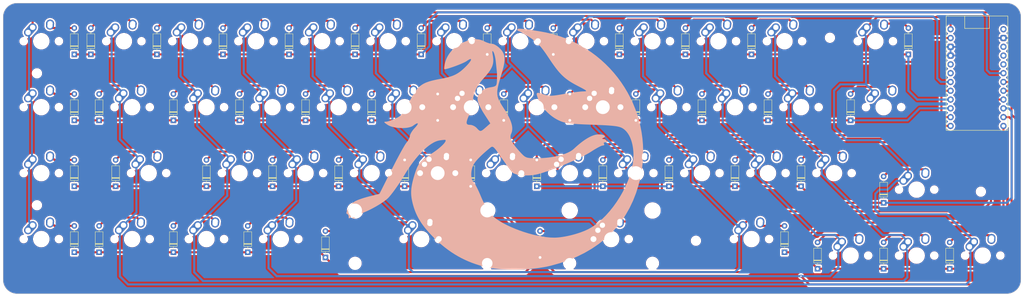
<source format=kicad_pcb>
(kicad_pcb (version 20221018) (generator pcbnew)
  (layers (0 "F.Cu" signal) (31 "B.Cu" signal) (34 "B.Paste" user) (35 "F.Paste" user) (36 "B.SilkS" user "B.Silkscreen") (37 "F.SilkS" user "F.Silkscreen") (38 "B.Mask" user) (39 "F.Mask" user) (44 "Edge.Cuts" user))
  (net 0 "")
  (net 1 "L0")
  (net 2 "Net-(D1-A)")
  (net 3 "Net-(D2-A)")
  (net 4 "Net-(D3-A)")
  (net 5 "Net-(D4-A)")
  (net 6 "Net-(D5-A)")
  (net 7 "Net-(D6-A)")
  (net 8 "Net-(D7-A)")
  (net 9 "L1")
  (net 10 "Net-(D8-A)")
  (net 11 "Net-(D9-A)")
  (net 12 "Net-(D10-A)")
  (net 13 "Net-(D11-A)")
  (net 14 "Net-(D12-A)")
  (net 15 "Net-(D13-A)")
  (net 16 "L2")
  (net 17 "Net-(D14-A)")
  (net 18 "Net-(D15-A)")
  (net 19 "Net-(D16-A)")
  (net 20 "Net-(D17-A)")
  (net 21 "Net-(D18-A)")
  (net 22 "Net-(D19-A)")
  (net 23 "Net-(D20-A)")
  (net 24 "L3")
  (net 25 "Net-(D21-A)")
  (net 26 "Net-(D22-A)")
  (net 27 "Net-(D23-A)")
  (net 28 "Net-(D24-A)")
  (net 29 "Net-(D25-A)")
  (net 30 "Net-(D26-A)")
  (net 31 "L4")
  (net 32 "Net-(D27-A)")
  (net 33 "Net-(D28-A)")
  (net 34 "Net-(D29-A)")
  (net 35 "Net-(D30-A)")
  (net 36 "Net-(D31-A)")
  (net 37 "Net-(D32-A)")
  (net 38 "Net-(D33-A)")
  (net 39 "L5")
  (net 40 "Net-(D34-A)")
  (net 41 "Net-(D35-A)")
  (net 42 "Net-(D36-A)")
  (net 43 "Net-(D37-A)")
  (net 44 "Net-(D38-A)")
  (net 45 "Net-(D39-A)")
  (net 46 "L6")
  (net 47 "Net-(D40-A)")
  (net 48 "Net-(D41-A)")
  (net 49 "Net-(D42-A)")
  (net 50 "Net-(D43-A)")
  (net 51 "Net-(D44-A)")
  (net 52 "Net-(D45-A)")
  (net 53 "L7")
  (net 54 "Net-(D46-A)")
  (net 55 "Net-(D47-A)")
  (net 56 "Net-(D48-A)")
  (net 57 "Net-(D49-A)")
  (net 58 "C0")
  (net 59 "C1")
  (net 60 "C2")
  (net 61 "C3")
  (net 62 "C4")
  (net 63 "C5")
  (net 64 "C6")
  (net 65 "GND")
  (net 69 "VCC")
  (footprint "_mx:MX-Alps-Hybrid-1.5U" (layer "F.Cu") (at 271.9125 188.1)
    (fp_text reference "MX46" hide)
    (fp_text value "MX" hide)
  )
  (footprint "_mx:MX-Alps-Hybrid-1U" (layer "F.Cu") (at 152.85 150)
    (fp_text reference "MX18" hide)
    (fp_text value "MX" hide)
  )
  (footprint "Diode_THT:D_DO-35_SOD27_P7.62mm_Horizontal" (layer "F.Cu") (at 138.5625 134.76 90)
    (fp_text reference "D5" hide)
    (fp_text value "1N4148" hide)
  )
  (footprint "_mx:MX-Alps-Hybrid-1U" (layer "F.Cu") (at 181.425 169.05)
    (fp_text reference "MX32" hide)
    (fp_text value "MX" hide)
  )
  (footprint "Diode_THT:D_DO-35_SOD27_P7.62mm_Horizontal" (layer "F.Cu") (at 267.15 172.86 90)
    (fp_text reference "D37" hide)
    (fp_text value "1N4148" hide)
  )
  (footprint "MountingHole:MountingHole_2.2mm_M2" (layer "F.Cu") (at 294.534375 129.95)
    (fp_text reference "H2" hide)
    (fp_text value "MountingHole" hide)
  )
  (footprint "Diode_THT:D_DO-35_SOD27_P7.62mm_Horizontal" (layer "F.Cu") (at 157.6125 134.76 90)
    (fp_text reference "D6" hide)
    (fp_text value "1N4148" hide)
  )
  (footprint "Diode_THT:D_DO-35_SOD27_P7.62mm_Horizontal" (layer "F.Cu") (at 171.9 172.86 90)
    (fp_text reference "D32" hide)
    (fp_text value "1N4148" hide)
  )
  (footprint "_mx:MX-Alps-Hybrid-1U" (layer "F.Cu") (at 262.3875 130.95)
    (fp_text reference "MX11" hide)
    (fp_text value "MX" hide)
  )
  (footprint "Diode_THT:D_DO-35_SOD27_P7.62mm_Horizontal" (layer "F.Cu") (at 100.4625 134.76 90)
    (fp_text reference "D3" hide)
    (fp_text value "1N4148" hide)
  )
  (footprint "Diode_THT:D_DO-35_SOD27_P7.62mm_Horizontal" (layer "F.Cu") (at 214.7625 134.76 90)
    (fp_text reference "D9" hide)
    (fp_text value "1N4148" hide)
  )
  (footprint "Diode_THT:D_DO-35_SOD27_P7.62mm_Horizontal" (layer "F.Cu") (at 271.9125 134.76 90)
    (fp_text reference "D12" hide)
    (fp_text value "1N4148" hide)
  )
  (footprint "Diode_THT:D_DO-35_SOD27_P7.62mm_Horizontal" (layer "F.Cu") (at 190.95 172.86 90)
    (fp_text reference "D33" hide)
    (fp_text value "1N4148" hide)
  )
  (footprint "_mx:MX-Alps-Hybrid-1U" (layer "F.Cu") (at 276.675 169.05)
    (fp_text reference "MX37" hide)
    (fp_text value "MX" hide)
  )
  (footprint "Diode_THT:D_DO-35_SOD27_P7.62mm_Horizontal" (layer "F.Cu") (at 286.2 172.86 90)
    (fp_text reference "D38" hide)
    (fp_text value "1N4148" hide)
  )
  (footprint "_mx:MX-Alps-Hybrid-1U" (layer "F.Cu") (at 319.5375 192.8625)
    (fp_text reference "MX48" hide)
    (fp_text value "MX" hide)
  )
  (footprint "_mx:MX-Alps-Hybrid-1U" (layer "F.Cu") (at 319.5375 173.8125)
    (fp_text reference "MX39" hide)
    (fp_text value "MX" hide)
  )
  (footprint "_mx:MX-Alps-Hybrid-1U" (layer "F.Cu") (at 114.75 188.1)
    (fp_text reference "MX42" hide)
    (fp_text value "MX" hide)
  )
  (footprint "_mx:MX-Alps-Hybrid-1U" (layer "F.Cu") (at 109.9875 130.95)
    (fp_text reference "MX3" hide)
    (fp_text value "MX" hide)
  )
  (footprint "MountingHole:MountingHole_2.2mm_M2" (layer "F.Cu") (at 255.890875 188.581755)
    (fp_text reference "H1" hide)
    (fp_text value "MountingHole" hide)
  )
  (footprint "_mx:MX-Alps-Hybrid-1U" (layer "F.Cu") (at 224.2875 130.95)
    (fp_text reference "MX9" hide)
    (fp_text value "MX" hide)
  )
  (footprint "Diode_THT:D_DO-35_SOD27_P7.62mm_Horizontal" (layer "F.Cu") (at 152.85 172.86 90)
    (fp_text reference "D31" hide)
    (fp_text value "1N4148" hide)
  )
  (footprint "Diode_THT:D_DO-35_SOD27_P7.62mm_Horizontal" (layer "F.Cu") (at 210.94325 193.41 90)
    (fp_text reference "D45" hide)
    (fp_text value "1N4148" hide)
  )
  (footprint "Diode_THT:D_DO-35_SOD27_P7.62mm_Horizontal" (layer "F.Cu") (at 290.9625 196.6725 90)
    (fp_text reference "D47" hide)
    (fp_text value "1N4148" hide)
  )
  (footprint "Diode_THT:D_DO-35_SOD27_P7.62mm_Horizontal" (layer "F.Cu") (at 195.7125 134.76 90)
    (fp_text reference "D8" hide)
    (fp_text value "1N4148" hide)
  )
  (footprint "_mx:MX-Alps-Hybrid-1U" (layer "F.Cu") (at 205.2375 130.95)
    (fp_text reference "MX8" hide)
    (fp_text value "MX" hide)
  )
  (footprint "_mx:MX-Alps-Hybrid-1.75U" (layer "F.Cu") (at 307.63125 130.95)
    (fp_text reference "MX13" hide)
    (fp_text value "MX" hide)
  )
  (footprint "_mx:MX-Alps-Hybrid-1U" (layer "F.Cu") (at 67.125 130.95)
    (fp_text reference "MX1" hide)
    (fp_text value "MX" hide)
  )
  (footprint "Diode_THT:D_DO-35_SOD27_P7.62mm_Horizontal" (layer "F.Cu") (at 124.275 153.81 90)
    (fp_text reference "D17" hide)
    (fp_text value "1N4148" hide)
  )
  (footprint "_mx:MX-Alps-Hybrid-1U" (layer "F.Cu") (at 338.5875 192.8625)
    (fp_text reference "MX49" hide)
    (fp_text value "MX" hide)
  )
  (footprint "Diode_THT:D_DO-35_SOD27_P7.62mm_Horizontal" (layer "F.Cu") (at 210 172.86 90)
    (fp_text reference "D34" hide)
    (fp_text value "1N4148" hide)
  )
  (footprint "_mx:MX-Alps-Hybrid-1U" (layer "F.Cu") (at 248.1 150)
    (fp_text reference "MX23" hide)
    (fp_text value "MX" hide)
  )
  (footprint "Diode_THT:D_DO-35_SOD27_P7.62mm_Horizontal" (layer "F.Cu") (at 248.1 172.86 90)
    (fp_text reference "D36" hide)
    (fp_text value "1N4148" hide)
  )
  (footprint "_mx:MX-Alps-Hybrid-1.25U" (layer "F.Cu") (at 136.18125 188.1)
    (fp_text reference "MX43" hide)
    (fp_text value "MX" hide)
  )
  (footprint "_mx:MX-Alps-Hybrid-1U" (layer "F.Cu") (at 190.95 150)
    (fp_text reference "MX20" hide)
    (fp_text value "MX" hide)
  )
  (footprint "_mx:MX-Alps-Hybrid-1.5U" (layer "F.Cu") (at 310.0125 150)
    (fp_text reference "MX26" hide)
    (fp_text value "MX" hide)
  )
  (footprint "Diode_THT:D_DO-35_SOD27_P7.62mm_Horizontal" (layer "F.Cu") (at 76.65 191.91 90)
    (fp_text reference "D40" hide)
    (fp_text value "1N4148" hide)
  )
  (footprint "Diode_THT:D_DO-35_SOD27_P7.62mm_Horizontal" (layer "F.Cu") (at 162.375 153.81 90)
    (fp_text reference "D19" hide)
    (fp_text value "1N4148" hide)
  )
  (footprint "MountingHole:MountingHole_2.2mm_M2" (layer "F.Cu") (at 65.875001 178.325)
    (fp_text reference "H5" hide)
    (fp_text value "MountingHole" hide)
  )
  (footprint "Diode_THT:D_DO-35_SOD27_P7.62mm_Horizontal" (layer "F.Cu") (at 276.675 153.81 90)
    (fp_text reference "D25" hide)
    (fp_text value "1N4148" hide)
  )
  (footprint "_mx:MX-Alps-Hybrid-1U" (layer "F.Cu") (at 210 150)
    (fp_text reference "MX21" hide)
    (fp_text value "MX" hide)
  )
  (footprint "Diode_THT:D_DO-35_SOD27_P7.62mm_Horizontal" (layer "F.Cu") (at 114.75 172.86 90)
    (fp_text reference "D29" hide)
    (fp_text value "1N4148" hide)
  )
  (footprint "_mx:MX-Alps-Hybrid-1U" (layer "F.Cu") (at 171.9 150)
    (fp_text reference "MX19" hide)
    (fp_text value "MX" hide)
  )
  (footprint "_mx:MX-Alps-Hybrid-1U" (layer "F.Cu") (at 243.3375 130.95)
    (fp_text reference "MX10" hide)
    (fp_text value "MX" hide)
  )
  (footprint "Diode_THT:D_DO-35_SOD27_P7.62mm_Horizontal" (layer "F.Cu") (at 257.625 153.81 90)
    (fp_text reference "D24" hide)
    (fp_text value "1N4148" hide)
  )
  (footprint "Diode_THT:D_DO-35_SOD27_P7.62mm_Horizontal" (layer "F.Cu") (at 317.15625 134.76 90)
    (fp_text reference "D13" hide)
    (fp_text value "1N4148" hide)
  )
  (footprint "_mx:MX-Alps-Hybrid-1U" (layer "F.Cu") (at 295.725 169.05)
    (fp_text reference "MX38" hide)
    (fp_text value "MX" hide)
  )
  (footprint "Diode_THT:D_DO-35_SOD27_P7.62mm_Horizontal" (layer "F.Cu") (at 88.55625 172.86 90)
    (fp_text reference "D28" hide)
    (fp_text value "1N4148" hide)
  )
  (footprint "Diode_THT:D_DO-35_SOD27_P7.62mm_Horizontal" (layer "F.Cu") (at 149.0625 193.41 90)
    (fp_text reference "D44" hide)
    (fp_text value "1N4148" hide)
  )
  (footprint "_mx:MX-Alps-Hybrid-1U" (layer "F.Cu") (at 143.325 169.05)
    (fp_text reference "MX30" hide)
    (fp_text value "MX" hide)
  )
  (footprint "_mx:MX-Alps-Hybrid-1U" (layer "F.Cu") (at 133.8 150)
    (fp_text reference "MX17" hide)
    (fp_text value "MX" hide)
  )
  (footprint "Diode_THT:D_DO-35_SOD27_P7.62mm_Horizontal" (layer "F.Cu") (at 176.6625 134.76 90)
    (fp_text reference "D7" hide)
    (fp_text value "1N4148" hide)
  )
  (footprint "Diode_THT:D_DO-35_SOD27_P7.62mm_Horizontal" (layer "F.Cu") (at 83.79375 153.81 90)
    (fp_text reference "D15" hide)
    (fp_text value "1N4148" hide)
  )
  (footprint "Diode_THT:D_DO-35_SOD27_P7.62mm_Horizontal" (layer "F.Cu") (at 119.5125 134.76 90)
    (fp_text reference "D4" hide)
    (fp_text value "1N4148" hide)
  )
  (footprint "MountingHole:MountingHole_2.2mm_M2" (layer "F.Cu") (at 338.0625 174.40625)
    (fp_text reference "H3" hide)
    (fp_text value "MountingHole" hide)
  )
  (footprint "_mx:MX-Alps-Hybrid-1.75U" (layer "F.Cu") (at 98.08125 169.05)
    (fp_text reference "MX28" hide)
    (fp_text value "MX" hide)
  )
  (footprint "Diode_THT:D_DO-35_SOD27_P7.62mm_Horizontal" (layer "F.Cu") (at 310.0125 177.6225 90)
    (fp_text reference "D39" hide)
    (fp_text value "1N4148" hide)
  )
  (footprint "_mx:MX-Alps-Hybrid-1U" (layer "F.Cu") (at 124.275 169.05)
    (fp_text reference "MX29" hide)
    (fp_text value "MX" hide)
  )
  (footprint "Diode_THT:D_DO-35_SOD27_P7.62mm_Horizontal" (layer "F.Cu") (at 281.4375 191.91 90)
    (fp_text reference "D46" hide)
    (fp_text value "1N4148" hide)
  )
  (footprint "Diode_THT:D_DO-35_SOD27_P7.62mm_Horizontal" (layer "F.Cu") (at 300.4875 153.81 90)
    (fp_text reference "D26" hide)
    (fp_text value "1N4148" hide)
  )
  (footprint "_mx:MX-Alps-Hybrid-1.25U" (layer "F.Cu") (at 93.31875 188.1)
    (fp_text reference "MX41" hide)
    (fp_text value "MX" hide)
  )
  (footprint "Diode_THT:D_DO-35_SOD27_P7.62mm_Horizontal" (layer "F.Cu") (at 83.79375 191.91 90)
    (fp_text reference "D41" hide)
    (fp_text value "1N4148" hide)
  )
  (footprint "_mx:MX-Alps-Hybrid-1U" (layer "F.Cu") (at 129.0375 130.95)
    (fp_text reference "MX4" hide)
    (fp_text value "MX" hide)
  )
  (footprint "_mx:MX-Alps-Hybrid-1U" (layer "F.Cu") (at 114.75 150)
    (fp_text reference "MX16" hide)
    (fp_text value "MX" hide)
  )
  (footprint "_mx:MX-Alps-Hybrid-1U" (layer "F.Cu") (at 300.4875 192.8625)
    (fp_text reference "MX47" hide)
    (fp_text value "MX" hide)
  )
  (footprint "_mx:MX-Alps-Hybrid-1U" (layer "F.Cu") (at 162.375 169.05)
    (fp_text reference "MX31" hide)
    (fp_text value "MX" hide)
  )
  (footprint "Diode_THT:D_DO-35_SOD27_P7.62mm_Horizontal" (layer "F.Cu") (at 219.525 153.81 90)
    (fp_text reference "D22" hide)
    (fp_text value "1N4148" hide)
  )
  (footprint "_mx:MX-Alps-Hybrid-1U" (layer "F.Cu") (at 281.4375 130.95)
    (fp_text reference "MX12" hide)
    (fp_text value "MX" hide)
  )
  (footprint "Diode_THT:D_DO-35_SOD27_P7.62mm_Horizontal" (layer "F.Cu") (at 181.425 153.81 90)
    (fp_text reference "D20" hide)
    (fp_text value "1N4148" hide)
  )
  (footprint "Diode_THT:D_DO-35_SOD27_P7.62mm_Horizontal" (layer "F.Cu") (at 133.8 172.86 90)
    (fp_text reference "D30" hide)
    (fp_text value "1N4148" hide)
  )
  (footprint "_mx:MX-Alps-Hybrid-1U" (layer "F.Cu") (at 186.1875 130.95)
    (fp_text reference "MX7" hide)
    (fp_text value "MX" hide)
  )
  (footprint "_mx:MX-Alps-Hybrid-1U" (layer "F.Cu") (at 257.625 169.05)
    (fp_text reference "MX36" hide)
    (fp_text value "MX" hide)
  )
  (footprint "_mx:MX-Alps-Hybrid-1U" (layer "F.Cu") (at 67.125 150)
    (fp_text reference "MX14" hide)
    (fp_text value "MX" hide)
  )
  (footprint "_mx:MX-Alps-Hybrid-1.25U" (layer "F.Cu") (at 93.31875 150)
    (fp_text reference "MX15" hide)
    (fp_text value "MX" hide)
  )
  (footprint "_mx:MX-Alps-Hybrid-1U" (layer "F.Cu") (at 200.475 169.05)
    (fp_text reference "MX33" hide)
    (fp_text value "MX" hide)
  )
  (footprint "Diode_THT:D_DO-35_SOD27_P7.62mm_Horizontal" (layer "F.Cu") (at 200.475 153.81 90)
    (fp_text reference "D21" hide)
    (fp_text value "1N4148" hide)
  )
  (footprint "_mx:MX-Alps-Hybrid-1U" (layer "F.Cu") (at 90.9375 130.95)
    (fp_text reference "MX2" hide)
    (fp_text value "MX" hide)
  )
  (footprint "Diode_THT:D_DO-35_SOD27_P7.62mm_Horizontal" (layer "F.Cu") (at 229.05 172.86 90)
    (fp_text reference "D35" hide)
    (fp_text value "1N4148" hide)
  )
  (footprint "Diode_THT:D_DO-35_SOD27_P7.62mm_Horizontal" (layer "F.Cu") (at 105.225 191.91 90)
    (fp_text reference "D42" hide)
    (fp_text value "1N4148" hide)
  )
  (footprint "Diode_THT:D_DO-35_SOD27_P7.62mm_Horizontal" (layer "F.Cu") (at 143.325 153.81 90)
    (fp_text reference "D18" hide)
    (fp_text value "1N4148" hide)
  )
  (footprint "_mx:MX-Alps-Hybrid-1U" (layer "F.Cu") (at 167.1375 130.95)
    (fp_text reference "MX6" hide)
    (fp_text value "MX" hide)
  )
  (footprint "Diode_THT:D_DO-35_SOD27_P7.62mm_Horizontal" (layer "F.Cu") (at 105.225 153.81 90)
    (fp_text reference "D16" hide)
    (fp_text value "1N4148" hide)
  )
  (footprint "_mx:MX-Alps-Hybrid-1U" (layer "F.Cu") (at 238.575 169.05)
    (fp_text reference "MX35" hide)
    (fp_text value "MX" hide)
  )
  (footprint "Diode_THT:D_DO-35_SOD27_P7.62mm_Horizontal" (layer "F.Cu") (at 76.65 134.76 90)
    (fp_text reference "D1" hide)
    (fp_text value "1N4148" hide)
  )
  (footprint "_mx:MX-Alps-Hybrid-1U" (layer "F.Cu") (at 219.525 169.05)
    (fp_text reference "MX34" hide)
    (fp_text value "MX" hide)
  )
  (footprint "Diode_THT:D_DO-35_SOD27_P7.62mm_Horizontal" (layer "F.Cu") (at 252.8625 134.76 90)
    (fp_text reference "D11" hide)
    (fp_text value "1N4148" hide)
  )
  (footprint "_mx:MX-Alps-Hybrid-3U-ReversedStabilizers" (layer "F.Cu") (at 176.6625 188.1)
    (fp_text reference "MX44" hide)
    (fp_text value "MX" hide)
  )
  (footprint "Diode_THT:D_DO-35_SOD27_P7.62mm_Horizontal" (layer "F.Cu") (at 238.575 153.81 90)
    (fp_text reference "D23" hide)
    (fp_text value "1N4148" hide)
  )
  (footprint "Diode_THT:D_DO-35_SOD27_P7.62mm_Horizontal" (layer "F.Cu") (at 310.0125 196.6725 90)
    (fp_text reference "D48" hide)
    (fp_text value "1N4148" hide)
  )
  (footprint "_mx:MX-Alps-Hybrid-1U" (layer "F.Cu") (at 267.15 150)
    (fp_text reference "MX24" hide)
    (fp_text value "MX" hide)
  )
  (footprint "_mx:MX-Alps-Hybrid-2.75U-ReversedStabilizers" (layer "F.Cu") (at 231.43125 188.1)
    (fp_text reference "MX45" hide)
    (fp_text value "MX" hide)
  )
  (footprint "MountingHole:MountingHole_2.2mm_M2" (layer "F.Cu") (at 65.875 140.225)
    (fp_text reference "H4" hide)
    (fp_text value "MountingHole" hide)
  )
  (footprint "_mx:MX-Alps-Hybrid-1U" (layer "F.Cu") (at 229.05 150)
    (fp_text reference "MX22" hide)
    (fp_text value "MX" hide)
  )
  (footprint "PCM_marbastlib-xp-promicroish:ProMicro_USBup" (layer "F.Cu") (at 336.94375 141.45)
    (fp_text reference "U1" hide)
    (fp_text value "ProMicro" hide)
  )
  (footprint "_mx:MX-Alps-Hybrid-1U" (layer "F.Cu") (at 67.125 169.05)
    (fp_text reference "MX27" hide)
    (fp_text value "MX" hide)
  )
  (footprint "Diode_THT:D_DO-35_SOD27_P7.62mm_Horizontal" (layer "F.Cu") (at 81.4125 134.76 90)
    (fp_text reference "D2" hide)
    (fp_text value "1N4148" hide)
  )
  (footprint "Diode_THT:D_DO-35_SOD27_P7.62mm_Horizontal" (layer "F.Cu") (at 329.0625 196.6725 90)
    (fp_text reference "D49" hide)
    (fp_text value "1N4148" hide)
  )
  (footprint "_mx:MX-Alps-Hybrid-1U" (layer "F.Cu") (at 148.0875 130.95)
    (fp_text reference "MX5" hide)
    (fp_text value "MX" hide)
  )
  (footprint "_mx:MX-Alps-Hybrid-1U" (layer "F.Cu") (at 67.125 188.1)
    (fp_text reference "MX40" hide)
    (fp_text value "MX" hide)
  )
  (footprint "_mx:MX-Alps-Hybrid-1U" (layer "F.Cu") (at 286.2 150)
    (fp_text reference "MX25" hide)
    (fp_text value "MX" hide)
  )
  (footprint "Diode_THT:D_DO-35_SOD27_P7.62mm_Horizontal" (layer "F.Cu") (at 233.8125 134.76 90)
    (fp_text reference "D10" hide)
    (fp_text value "1N4148" hide)
  )
  (footprint "Diode_THT:D_DO-35_SOD27_P7.62mm_Horizontal" (layer "F.Cu") (at 126.65625 191.91 90)
    (fp_text reference "D43" hide)
    (fp_text value "1N4148" hide)
  )
  (footprint "Diode_THT:D_DO-35_SOD27_P7.62mm_Horizontal" (layer "F.Cu") (at 76.65 172.86 90)
    (fp_text reference "D27" hide)
    (fp_text value "1N4148" hide)
  )
  (footprint "Diode_THT:D_DO-35_SOD27_P7.62mm_Horizontal" (layer "F.Cu") (at 76.65 153.81 90)
    (fp_text reference "D14" hide)
    (fp_text value "1N4148" hide)
  )
  (gr_poly (pts (xy 205.116927 127.338669) (xy 205.252669 127.342572) (xy 205.40294 127.350113) (xy 205.568358 127.361339) (xy 205.749539 127.376297) (xy 205.947101 127.395032) (xy 206.393839 127.444025) (xy 206.91351 127.50869) (xy 207.511053 127.589401) (xy 208.191407 127.68653) (xy 208.95951 127.800452) (xy 209.820303 127.931538) (xy 210.778724 128.080163) (xy 212.624262 128.417902) (xy 214.42942 128.846823) (xy 216.192211 129.364075) (xy 217.910651 129.966808) (xy 219.582753 130.652171) (xy 221.206533 131.417313) (xy 222.780004 132.259384) (xy 224.301181 133.175531) (xy 225.768078 134.162906) (xy 227.17871 135.218657) (xy 228.53109 136.339933) (xy 229.823235 137.523883) (xy 231.053157 138.767658) (xy 232.218871 140.068405) (xy 233.318392 141.423274) (xy 234.349735 142.829415) (xy 235.310912 144.283977) (xy 236.19994 145.784108) (xy 237.014832 147.326959) (xy 237.753602 148.909678) (xy 238.414266 150.529414) (xy 238.994837 152.183317) (xy 239.493329 153.868537) (xy 239.907759 155.582222) (xy 240.236138 157.321521) (xy 240.476483 159.083584) (xy 240.626808 160.86556) (xy 240.685126 162.664599) (xy 240.649452 164.477848) (xy 240.517801 166.302459) (xy 240.288188 168.135579) (xy 239.958625 169.974359) (xy 239.370538 172.423629) (xy 238.64069 174.766298) (xy 237.77016 177.001285) (xy 236.760028 179.127515) (xy 235.611371 181.143907) (xy 234.32527 183.049385) (xy 232.902803 184.84287) (xy 231.34505 186.523283) (xy 229.65309 188.089548) (xy 227.828001 189.540584) (xy 225.870863 190.875315) (xy 223.782755 192.092662) (xy 221.564756 193.191547) (xy 219.217945 194.170892) (xy 216.743401 195.029619) (xy 214.142204 195.766649) (xy 213.045103 196.019782) (xy 211.881001 196.241292) (xy 210.660457 196.431073) (xy 209.394033 196.589019) (xy 208.092291 196.715025) (xy 206.76579 196.808986) (xy 205.425092 196.870796) (xy 204.080757 196.90035) (xy 202.743348 196.897543) (xy 201.423425 196.862269) (xy 200.131548 196.794423) (xy 198.878279 196.693899) (xy 197.674179 196.560593) (xy 196.529808 196.394398) (xy 195.455729 196.19521) (xy 194.462501 195.962923) (xy 194.462499 195.962925) (xy 194.462498 195.962928) (xy 194.462496 195.962931) (xy 194.462494 195.962934) (xy 194.462492 195.962936) (xy 194.46249 195.962939) (xy 194.462488 195.962941) (xy 194.462486 195.962944) (xy 194.462484 195.962946) (xy 194.462481 195.962947) (xy 194.462479 195.962949) (xy 194.462477 195.96295) (xy 194.462475 195.962952) (xy 194.462474 195.962952) (xy 194.462473 195.962953) (xy 194.462472 195.962953) (xy 194.462471 195.962953) (xy 194.46247 195.962953) (xy 193.370822 195.656201) (xy 192.301521 195.313943) (xy 191.253557 194.935551) (xy 190.225922 194.520401) (xy 189.217607 194.067867) (xy 188.227603 193.577323) (xy 187.254902 193.048144) (xy 186.298495 192.479704) (xy 185.357372 191.871378) (xy 184.430525 191.222539) (xy 183.516946 190.532563) (xy 182.615625 189.800824) (xy 181.725553 189.026695) (xy 180.845723 188.209552) (xy 179.975124 187.348769) (xy 179.112748 186.443719) (xy 178.60199 185.878512) (xy 178.121113 185.318089) (xy 177.669267 184.76088) (xy 177.245602 184.205314) (xy 176.849267 183.649819) (xy 176.47941 183.092824) (xy 176.135182 182.532758) (xy 175.81573 181.96805) (xy 175.520206 181.39713) (xy 175.247757 180.818425) (xy 174.997533 180.230366) (xy 174.768684 179.631379) (xy 174.560357 179.019896) (xy 174.371704 178.394344) (xy 174.201872 177.753153) (xy 174.050012 177.094751) (xy 173.959169 176.638367) (xy 173.885549 176.19314) (xy 173.829526 175.755451) (xy 173.791471 175.321681) (xy 173.771757 174.888214) (xy 173.770755 174.451429) (xy 173.788839 174.007709) (xy 173.82638 173.553436) (xy 173.88375 173.08499) (xy 173.961323 172.598755) (xy 174.059469 172.091111) (xy 174.178562 171.55844) (xy 174.318974 170.997123) (xy 174.481076 170.403543) (xy 174.665242 169.774081) (xy 174.871843 169.105119) (xy 175.036656 168.598697) (xy 175.198996 168.137058) (xy 175.363606 167.714674) (xy 175.535226 167.326015) (xy 175.718598 166.965553) (xy 175.918465 166.627758) (xy 176.139566 166.307103) (xy 176.386646 165.998058) (xy 176.664444 165.695094) (xy 176.977703 165.392683) (xy 177.331164 165.085295) (xy 177.729569 164.767401) (xy 178.17766 164.433474) (xy 178.680178 164.077984) (xy 179.241865 163.695401) (xy 179.867463 163.280199) (xy 180.317867 162.976941) (xy 180.750467 162.671645) (xy 181.162978 162.366611) (xy 181.553112 162.064135) (xy 181.918584 161.766517) (xy 182.257108 161.476054) (xy 182.566398 161.195045) (xy 182.844166 160.925788) (xy 183.088128 160.670582) (xy 183.295996 160.431724) (xy 183.465485 160.211513) (xy 183.594308 160.012247) (xy 183.680179 159.836224) (xy 183.706294 159.757647) (xy 183.720813 159.685743) (xy 183.723451 159.620798) (xy 183.713922 159.563101) (xy 183.69194 159.512938) (xy 183.65722 159.470598) (xy 183.647538 159.463984) (xy 183.63369 159.45822) (xy 183.593963 159.4492) (xy 183.538962 159.443457) (xy 183.469613 159.440909) (xy 183.386838 159.441474) (xy 183.291561 159.445073) (xy 183.184708 159.451624) (xy 183.067201 159.461045) (xy 182.939965 159.473255) (xy 182.803924 159.488174) (xy 182.509121 159.525812) (xy 182.190185 159.573308) (xy 181.854509 159.630014) (xy 181.589278 159.686838) (xy 181.317641 159.763526) (xy 181.039918 159.859758) (xy 180.756429 159.975214) (xy 180.467492 160.109576) (xy 180.173427 160.262522) (xy 179.571192 160.622894) (xy 178.952279 161.053771) (xy 178.319242 161.552598) (xy 177.674638 162.116818) (xy 177.021023 162.743874) (xy 176.360951 163.431209) (xy 175.696978 164.176266) (xy 175.031659 164.976489) (xy 174.367551 165.829321) (xy 173.707208 166.732205) (xy 173.053186 167.682584) (xy 172.408041 168.677901) (xy 171.774328 169.7156) (xy 171.153281 170.735028) (xy 170.500522 171.755104) (xy 169.835586 172.748567) (xy 169.178005 173.688153) (xy 168.547312 174.5466) (xy 167.963041 175.296645) (xy 167.444725 175.911027) (xy 167.216404 176.158824) (xy 167.011896 176.362482) (xy 166.641306 176.686809) (xy 166.200327 177.031584) (xy 165.699695 177.391099) (xy 165.15015 177.759644) (xy 164.562428 178.131511) (xy 163.947267 178.500992) (xy 163.315405 178.862377) (xy 162.67758 179.209959) (xy 162.044528 179.538027) (xy 161.426987 179.840875) (xy 160.835696 180.112793) (xy 160.281391 180.348072) (xy 159.774811 180.541005) (xy 159.326692 180.685882) (xy 158.947773 180.776994) (xy 158.648791 180.808633) (xy 158.615673 180.809534) (xy 158.58229 180.812205) (xy 158.548702 180.816603) (xy 158.514965 180.822684) (xy 158.481138 180.830404) (xy 158.447278 180.839718) (xy 158.379694 180.862955) (xy 158.312674 180.89204) (xy 158.246684 180.926621) (xy 158.182185 180.966345) (xy 158.119641 181.01086) (xy 158.059515 181.059812) (xy 158.002271 181.112848) (xy 157.948371 181.169616) (xy 157.89828 181.229762) (xy 157.852459 181.292933) (xy 157.811373 181.358777) (xy 157.775485 181.426941) (xy 157.759635 181.461783) (xy 157.745257 181.497072) (xy 157.709278 181.584967) (xy 157.671399 181.66657) (xy 157.631885 181.741918) (xy 157.591003 181.811052) (xy 157.549016 181.87401) (xy 157.50619 181.930832) (xy 157.462791 181.981556) (xy 157.419083 182.026222) (xy 157.375331 182.064869) (xy 157.331802 182.097536) (xy 157.288759 182.124262) (xy 157.246469 182.145086) (xy 157.205196 182.160047) (xy 157.165205 182.169185) (xy 157.126762 182.172538) (xy 157.090132 182.170145) (xy 157.05558 182.162047) (xy 157.023372 182.148281) (xy 156.993771 182.128887) (xy 156.967044 182.103905) (xy 156.943456 182.073372) (xy 156.923272 182.037329) (xy 156.906757 181.995814) (xy 156.894176 181.948866) (xy 156.885795 181.896525) (xy 156.881878 181.83883) (xy 156.882691 181.77582) (xy 156.888498 181.707533) (xy 156.899567 181.63401) (xy 156.91616 181.555289) (xy 156.938544 181.471409) (xy 156.966983 181.38241) (xy 157.005445 181.268004) (xy 157.036323 181.169467) (xy 157.059324 181.08687) (xy 157.074156 181.020288) (xy 157.078416 180.993025) (xy 157.080525 180.969792) (xy 157.080444 180.950601) (xy 157.078137 180.935458) (xy 157.073569 180.924374) (xy 157.066701 180.917357) (xy 157.057498 180.914418) (xy 157.045923 180.915564) (xy 157.031939 180.920805) (xy 157.01551 180.930151) (xy 156.996599 180.94361) (xy 156.975169 180.961192) (xy 156.924606 181.00876) (xy 156.863529 181.072929) (xy 156.791645 181.153771) (xy 156.70866 181.25136) (xy 156.614281 181.365769) (xy 156.508216 181.497072) (xy 156.391401 181.641698) (xy 156.287427 181.767459) (xy 156.195541 181.87447) (xy 156.114989 181.962846) (xy 156.045017 182.032702) (xy 156.013763 182.060721) (xy 155.984871 182.084153) (xy 155.958248 182.103012) (xy 155.933798 182.117314) (xy 155.911428 182.127072) (xy 155.891044 182.132301) (xy 155.872551 182.133015) (xy 155.855854 182.129228) (xy 155.840861 182.120956) (xy 155.827476 182.108212) (xy 155.815606 182.091011) (xy 155.805155 182.069366) (xy 155.79603 182.043294) (xy 155.788137 182.012807) (xy 155.781382 181.977921) (xy 155.775669 181.938649) (xy 155.766997 181.847007) (xy 155.761367 181.737997) (xy 155.758025 181.611734) (xy 155.753912 181.529916) (xy 155.745003 181.450391) (xy 155.731552 181.373573) (xy 155.713811 181.299872) (xy 155.692035 181.229701) (xy 155.666475 181.163471) (xy 155.637386 181.101594) (xy 155.60502 181.044482) (xy 155.569631 180.992546) (xy 155.531471 180.9462) (xy 155.490794 180.905854) (xy 155.469591 180.888059) (xy 155.447853 180.87192) (xy 155.425613 180.857486) (xy 155.402901 180.844809) (xy 155.37975 180.833942) (xy 155.356191 180.824935) (xy 155.332256 180.81784) (xy 155.307976 180.812709) (xy 155.283384 180.809592) (xy 155.25851 180.808542) (xy 155.19919 180.800644) (xy 155.153461 180.777521) (xy 155.120791 180.740034) (xy 155.100646 180.689039) (xy 155.092496 180.625395) (xy 155.095805 180.549962) (xy 155.110043 180.463596) (xy 155.134675 180.367158) (xy 155.169169 180.261505) (xy 155.212993 180.147495) (xy 155.326497 179.897842) (xy 155.470925 179.625066) (xy 155.642015 179.336034) (xy 155.835504 179.037615) (xy 156.047131 178.736677) (xy 156.272632 178.440087) (xy 156.507746 178.154713) (xy 156.748211 177.887423) (xy 156.989764 177.645084) (xy 157.109617 177.535418) (xy 157.228144 177.434566) (xy 157.344811 177.343385) (xy 157.459086 177.262735) (xy 157.579688 177.1891) (xy 157.728228 177.109626) (xy 157.902604 177.025061) (xy 158.10071 176.936153) (xy 158.5597 176.748302) (xy 159.088365 176.552062) (xy 159.669871 176.35342) (xy 160.287386 176.158362) (xy 160.924076 175.972876) (xy 161.563109 175.802949) (xy 164.639933 175.02646) (xy 168.10945 168.097261) (xy 169.526006 165.330077) (xy 170.818204 162.917963) (xy 171.373072 161.926076) (xy 171.843334 161.120179) (xy 172.211151 160.532679) (xy 172.458684 160.195985) (xy 172.548646 160.092227) (xy 172.636769 159.982095) (xy 172.722568 159.866554) (xy 172.805559 159.746571) (xy 172.885254 159.623112) (xy 172.96117 159.497141) (xy 173.032819 159.369626) (xy 173.099718 159.241533) (xy 173.16138 159.113826) (xy 173.217319 158.987473) (xy 173.267051 158.863439) (xy 173.31009 158.74269) (xy 173.34595 158.626192) (xy 173.374146 158.51491) (xy 173.394192 158.409812) (xy 173.405603 158.311862) (xy 173.419286 158.211814) (xy 173.446006 158.100564) (xy 173.485053 157.979284) (xy 173.535717 157.849148) (xy 173.597286 157.711329) (xy 173.66905 157.567) (xy 173.750299 157.417333) (xy 173.840323 157.263503) (xy 173.938411 157.106683) (xy 174.043853 156.948044) (xy 174.155938 156.788761) (xy 174.273956 156.630006) (xy 174.397196 156.472952) (xy 174.524948 156.318773) (xy 174.656502 156.168642) (xy 174.791147 156.023731) (xy 175.029545 155.767142) (xy 175.230136 155.5354) (xy 175.393437 155.329311) (xy 175.519966 155.149678) (xy 175.569602 155.070035) (xy 175.61024 154.997308) (xy 175.641943 154.931598) (xy 175.664777 154.873004) (xy 175.678805 154.821629) (xy 175.684094 154.777572) (xy 175.680706 154.740934) (xy 175.668708 154.711816) (xy 175.648164 154.690318) (xy 175.619138 154.676542) (xy 175.581695 154.670586) (xy 175.5359 154.672553) (xy 175.481817 154.682542) (xy 175.419512 154.700655) (xy 175.349049 154.726992) (xy 175.270492 154.761653) (xy 175.183906 154.804739) (xy 175.089356 154.856351) (xy 174.876623 154.985554) (xy 174.63281 155.150068) (xy 174.358434 155.350696) (xy 174.223485 155.442885) (xy 174.072089 155.528294) (xy 173.905275 155.606956) (xy 173.724072 155.678905) (xy 173.322619 155.802803) (xy 172.875965 155.900259) (xy 172.392345 155.971548) (xy 171.879994 156.01694) (xy 171.347146 156.03671) (xy 170.802038 156.031129) (xy 170.252905 156.000471) (xy 169.707981 155.945009) (xy 169.175502 155.865014) (xy 168.663702 155.760761) (xy 168.180818 155.632521) (xy 167.735083 155.480567) (xy 167.334734 155.305172) (xy 167.154152 155.208769) (xy 166.988005 155.106609) (xy 166.791916 154.975334) (xy 166.619288 154.856542) (xy 166.469822 154.749673) (xy 166.34322 154.65417) (xy 166.239184 154.569477) (xy 166.157416 154.495034) (xy 166.124789 154.461482) (xy 166.097618 154.430284) (xy 166.088884 154.418675) (xy 189.776373 154.418675) (xy 189.776811 154.509078) (xy 189.784531 154.591852) (xy 189.799547 154.667275) (xy 189.821871 154.735625) (xy 189.851516 154.79718) (xy 189.888496 154.852215) (xy 189.932824 154.90101) (xy 189.984512 154.94384) (xy 190.043574 154.980985) (xy 190.110023 155.01272) (xy 190.183872 155.039324) (xy 190.353822 155.078248) (xy 190.553528 155.099974) (xy 190.783096 155.106723) (xy 190.897044 155.111486) (xy 191.016253 155.125459) (xy 191.139745 155.148172) (xy 191.266543 155.179155) (xy 191.395668 155.217937) (xy 191.526144 155.264047) (xy 191.656992 155.317015) (xy 191.787236 155.376369) (xy 191.915896 155.44164) (xy 192.041996 155.512356) (xy 192.164558 155.588047) (xy 192.282604 155.668243) (xy 192.395157 155.752472) (xy 192.501238 155.840264) (xy 192.599871 155.931148) (xy 192.690078 156.024654) (xy 192.87305 156.225256) (xy 193.036856 156.398668) (xy 193.112696 156.475081) (xy 193.185092 156.544583) (xy 193.254496 156.607134) (xy 193.321356 156.662696) (xy 193.386121 156.711231) (xy 193.449243 156.752702) (xy 193.511169 156.787069) (xy 193.572351 156.814295) (xy 193.633236 156.834342) (xy 193.694275 156.84717) (xy 193.755918 156.852743) (xy 193.818614 156.851022) (xy 193.882813 156.841969) (xy 193.948964 156.825545) (xy 194.017517 156.801713) (xy 194.088921 156.770434) (xy 194.163626 156.73167) (xy 194.242082 156.685383) (xy 194.324738 156.631534) (xy 194.412043 156.570086) (xy 194.504449 156.501001) (xy 194.602403 156.42424) (xy 194.816756 156.247537) (xy 195.0587 156.039673) (xy 195.331832 155.800342) (xy 195.331695 155.800357) (xy 196.596557 154.687137) (xy 194.757987 151.842533) (xy 194.564629 151.536879) (xy 194.378086 151.229168) (xy 194.028571 150.61462) (xy 193.71569 150.012991) (xy 193.44569 149.438382) (xy 193.328721 149.165616) (xy 193.224815 148.904892) (xy 193.134753 148.657975) (xy 193.059314 148.426625) (xy 192.999281 148.212605) (xy 192.955433 148.017679) (xy 192.928552 147.843609) (xy 192.919418 147.692157) (xy 192.923544 147.53006) (xy 192.935851 147.37053) (xy 192.956233 147.213668) (xy 192.984586 147.059571) (xy 193.020802 146.908339) (xy 193.064776 146.760071) (xy 193.116403 146.614864) (xy 193.175576 146.472819) (xy 193.242191 146.334033) (xy 193.31614 146.198606) (xy 193.397318 146.066636) (xy 193.48562 145.938222) (xy 193.580939 145.813463) (xy 193.683171 145.692458) (xy 193.792208 145.575306) (xy 193.907946 145.462104) (xy 194.030278 145.352953) (xy 194.159099 145.247951) (xy 194.294304 145.147197) (xy 194.435785 145.050789) (xy 194.583438 144.958826) (xy 194.737156 144.871408) (xy 194.896834 144.788632) (xy 195.062366 144.710599) (xy 195.233647 144.637405) (xy 195.41057 144.569151) (xy 195.59303 144.505936) (xy 195.780921 144.447857) (xy 195.974137 144.395014) (xy 196.172572 144.347505) (xy 196.376121 144.305429) (xy 196.584678 144.268886) (xy 196.891589 144.218363) (xy 197.162728 144.169339) (xy 197.400427 144.119441) (xy 197.607019 144.066298) (xy 197.699379 144.037768) (xy 197.784837 144.007537) (xy 197.863684 143.975308) (xy 197.936213 143.940785) (xy 198.002714 143.903671) (xy 198.063479 143.863669) (xy 198.118799 143.820484) (xy 198.168968 143.773819) (xy 198.214275 143.723376) (xy 198.255012 143.66886) (xy 198.291471 143.609974) (xy 198.323944 143.546421) (xy 198.352722 143.477905) (xy 198.378097 143.404129) (xy 198.40036 143.324796) (xy 198.419803 143.239611) (xy 198.451393 143.050496) (xy 198.475202 142.834411) (xy 198.493562 142.588983) (xy 198.508804 142.311841) (xy 198.523177 141.959151) (xy 198.532531 141.593906) (xy 198.536954 141.22669) (xy 198.536534 140.868087) (xy 198.531357 140.528679) (xy 198.521512 140.21905) (xy 198.507086 139.949783) (xy 198.488166 139.731461) (xy 198.356478 138.501879) (xy 198.183837 136.834641) (xy 198.13359 136.421305) (xy 198.06796 136.005126) (xy 197.989726 135.597398) (xy 197.901662 135.209418) (xy 197.806547 134.852479) (xy 197.707157 134.537877) (xy 197.656727 134.399982) (xy 197.606269 134.276907) (xy 197.556131 134.170064) (xy 197.50666 134.080865) (xy 197.443421 133.981502) (xy 197.414506 133.939109) (xy 197.387383 133.901632) (xy 197.362043 133.869115) (xy 197.338478 133.841601) (xy 197.316678 133.819134) (xy 197.296637 133.801756) (xy 197.278344 133.789511) (xy 197.261792 133.782442) (xy 197.254166 133.780862) (xy 197.246971 133.780593) (xy 197.240208 133.781639) (xy 197.233875 133.784006) (xy 197.22797 133.7877) (xy 197.222493 133.792725) (xy 197.212817 133.806794) (xy 197.20484 133.826255) (xy 197.198551 133.851151) (xy 197.193944 133.881527) (xy 197.191009 133.917425) (xy 197.189737 133.958889) (xy 197.190121 134.005962) (xy 197.192151 134.058686) (xy 197.19582 134.117106) (xy 197.208037 134.251206) (xy 197.226704 134.408606) (xy 197.251753 134.589653) (xy 197.283116 134.794692) (xy 197.320724 135.024072) (xy 197.390173 135.486106) (xy 197.436778 135.921331) (xy 197.458902 136.33394) (xy 197.454909 136.728122) (xy 197.423161 137.108069) (xy 197.396367 137.294015) (xy 197.362021 137.477973) (xy 197.319918 137.660468) (xy 197.269854 137.842024) (xy 197.211624 138.023165) (xy 197.145023 138.204414) (xy 197.069846 138.386296) (xy 196.98589 138.569334) (xy 196.79082 138.940975) (xy 196.558174 139.323528) (xy 196.286318 139.721184) (xy 195.973614 140.138135) (xy 195.618425 140.578571) (xy 195.219115 141.046684) (xy 194.774047 141.546666) (xy 194.376209 141.999587) (xy 194.005474 142.449958) (xy 193.661637 142.898239) (xy 193.344489 143.344894) (xy 193.053824 143.790383) (xy 192.789436 144.235169) (xy 192.551116 144.679712) (xy 192.338658 145.124474) (xy 192.151855 145.569918) (xy 191.990499 146.016504) (xy 191.854385 146.464694) (xy 191.743304 146.914951) (xy 191.657051 147.367734) (xy 191.595417 147.823508) (xy 191.558196 148.282732) (xy 191.545181 148.745868) (xy 191.540211 148.879713) (xy 191.526138 149.030172) (xy 191.50343 149.195597) (xy 191.472553 149.374341) (xy 191.433974 149.564757) (xy 191.38816 149.765198) (xy 191.335578 149.974016) (xy 191.276694 150.189565) (xy 191.141888 150.634267) (xy 190.987478 151.086126) (xy 190.904088 151.310621) (xy 190.817197 151.531964) (xy 190.727272 151.748509) (xy 190.63478 151.958606) (xy 190.427413 152.423049) (xy 190.248443 152.841443) (xy 190.097974 153.216008) (xy 189.976111 153.548964) (xy 189.882959 153.842529) (xy 189.818622 154.098924) (xy 189.783204 154.320367) (xy 189.776373 154.418675) (xy 166.088884 154.418675) (xy 166.075864 154.40137) (xy 166.059491 154.37467) (xy 166.048461 154.350114) (xy 166.042738 154.327633) (xy 166.042283 154.307157) (xy 166.04706 154.288617) (xy 166.057031 154.271942) (xy 166.07216 154.257063) (xy 166.092408 154.243911) (xy 166.117738 154.232415) (xy 166.148114 154.222505) (xy 166.183498 154.214113) (xy 166.26914 154.201601) (xy 166.374367 154.194321) (xy 166.498881 154.191715) (xy 166.599515 154.186463) (xy 166.717339 154.171672) (xy 166.85089 154.147831) (xy 166.998705 154.11543) (xy 167.159321 154.074957) (xy 167.331275 154.026902) (xy 167.513104 153.971755) (xy 167.703345 153.910005) (xy 168.103211 153.768652) (xy 168.519168 153.606759) (xy 168.939513 153.42824) (xy 169.147673 153.33397) (xy 169.352541 153.23701) (xy 169.651237 153.087521) (xy 169.927067 152.938016) (xy 170.182843 152.785189) (xy 170.421377 152.625733) (xy 170.645479 152.456342) (xy 170.752998 152.366887) (xy 170.857962 152.273709) (xy 170.960725 152.176393) (xy 171.061637 152.074527) (xy 171.16105 151.967697) (xy 171.259315 151.85549) (xy 171.453808 151.613291) (xy 171.647928 151.344624) (xy 171.844484 151.046182) (xy 172.046291 150.714658) (xy 172.256157 150.346745) (xy 172.476896 149.939138) (xy 172.711318 149.488529) (xy 172.962236 148.991611) (xy 173.447197 148.036752) (xy 173.902715 147.182219) (xy 174.338 146.420953) (xy 174.762266 145.745893) (xy 175.184725 145.149981) (xy 175.398154 144.879498) (xy 175.614587 144.626156) (xy 175.835173 144.38907) (xy 176.061065 144.167359) (xy 176.293414 143.96014) (xy 176.533372 143.76653) (xy 176.782089 143.585648) (xy 177.040718 143.416611) (xy 177.310411 143.258536) (xy 177.592317 143.110541) (xy 177.88759 142.971744) (xy 178.19738 142.841261) (xy 178.86512 142.601712) (xy 179.604747 142.384833) (xy 180.425474 142.183565) (xy 181.336514 141.99085) (xy 182.347078 141.799626) (xy 182.991619 141.677413) (xy 183.59022 141.552017) (xy 184.147029 141.42142) (xy 184.666194 141.283599) (xy 185.151863 141.136537) (xy 185.608185 140.978212) (xy 186.039307 140.806604) (xy 186.449379 140.619695) (xy 186.842549 140.415463) (xy 187.222964 140.191888) (xy 187.594773 139.946951) (xy 187.962124 139.678632) (xy 188.329166 139.38491) (xy 188.700046 139.063766) (xy 189.078914 138.71318) (xy 189.469917 138.331131) (xy 189.809803 137.982141) (xy 190.109285 137.656399) (xy 190.367937 137.355922) (xy 190.585334 137.082724) (xy 190.76105 136.83882) (xy 190.894662 136.626225) (xy 190.985742 136.446955) (xy 191.0152 136.370446) (xy 191.033866 136.303023) (xy 191.041687 136.24494) (xy 191.038609 136.196446) (xy 191.02458 136.157795) (xy 190.999546 136.129238) (xy 190.963453 136.111027) (xy 190.91625 136.103414) (xy 190.857882 136.10665) (xy 190.788297 136.120989) (xy 190.707442 136.14668) (xy 190.615262 136.183977) (xy 190.39672 136.294395) (xy 190.132244 136.454257) (xy 189.821411 136.665577) (xy 189.59368 136.810051) (xy 189.294122 136.972919) (xy 188.933116 137.150356) (xy 188.521038 137.338539) (xy 187.585179 137.731844) (xy 186.569567 138.122242) (xy 185.557223 138.479139) (xy 184.631168 138.771942) (xy 184.226443 138.884749) (xy 183.874424 138.970059) (xy 183.585487 139.02405) (xy 183.370012 139.042897) (xy 183.359972 139.040956) (xy 183.350828 139.035197) (xy 183.342574 139.025716) (xy 183.335203 139.012606) (xy 183.32871 138.995964) (xy 183.323089 138.975884) (xy 183.318333 138.952461) (xy 183.314437 138.925792) (xy 183.309201 138.86309) (xy 183.307332 138.788541) (xy 183.308782 138.702904) (xy 183.313505 138.606941) (xy 183.321451 138.501412) (xy 183.332573 138.387078) (xy 183.346824 138.264701) (xy 183.364156 138.135041) (xy 183.384521 137.998859) (xy 183.40787 137.856915) (xy 183.434157 137.709972) (xy 183.463334 137.558789) (xy 183.576316 137.077901) (xy 183.720963 136.604068) (xy 183.896208 136.13859) (xy 184.100987 135.682768) (xy 184.334235 135.237903) (xy 184.594885 134.805296) (xy 184.881872 134.386249) (xy 185.194131 133.982063) (xy 185.530596 133.594039) (xy 185.890201 133.223477) (xy 186.271881 132.87168) (xy 186.674571 132.539948) (xy 187.097204 132.229582) (xy 187.538716 131.941884) (xy 187.998041 131.678154) (xy 188.474113 131.439694) (xy 188.977737 131.213934) (xy 189.461677 131.015141) (xy 189.927276 130.843226) (xy 190.375879 130.6981) (xy 190.808829 130.579675) (xy 191.22747 130.487862) (xy 191.633146 130.422572) (xy 192.0272 130.383717) (xy 192.410977 130.371208) (xy 192.785819 130.384957) (xy 193.153072 130.424874) (xy 193.514078 130.490871) (xy 193.870182 130.58286) (xy 194.222727 130.700751) (xy 194.573056 130.844456) (xy 194.922515 131.013887) (xy 195.061106 131.083728) (xy 195.20498 131.15161) (xy 195.353002 131.217183) (xy 195.504034 131.280095) (xy 195.810591 131.396527) (xy 196.115565 131.498096) (xy 196.264618 131.542428) (xy 196.409869 131.58199) (xy 196.550181 131.616429) (xy 196.684419 131.645395) (xy 196.811446 131.668536) (xy 196.930127 131.685501) (xy 197.039326 131.695937) (xy 197.137908 131.699494) (xy 197.185835 131.701249) (xy 197.236627 131.706455) (xy 197.346235 131.726876) (xy 197.465582 131.760072) (xy 197.593517 131.805354) (xy 197.728893 131.862034) (xy 197.870559 131.929425) (xy 198.017365 132.006838) (xy 198.168162 132.093585) (xy 198.3218 132.18898) (xy 198.47713 132.292334) (xy 198.633002 132.402959) (xy 198.788266 132.520168) (xy 198.941773 132.643273) (xy 199.092374 132.771585) (xy 199.238918 132.904417) (xy 199.380256 133.041081) (xy 199.528399 133.193841) (xy 199.667608 133.347186) (xy 199.797909 133.501572) (xy 199.919329 133.657456) (xy 200.031897 133.815296) (xy 200.135639 133.975548) (xy 200.230582 134.13867) (xy 200.316754 134.305119) (xy 200.394182 134.475351) (xy 200.462894 134.649824) (xy 200.522916 134.828995) (xy 200.574276 135.01332) (xy 200.617001 135.203258) (xy 200.651118 135.399264) (xy 200.676655 135.601796) (xy 200.693639 135.811311) (xy 200.702097 136.028267) (xy 200.702057 136.253119) (xy 200.693545 136.486325) (xy 200.67659 136.728343) (xy 200.651217 136.979629) (xy 200.617456 137.24064) (xy 200.524873 137.793666) (xy 200.399059 138.391077) (xy 200.240233 139.03653) (xy 200.048613 139.733682) (xy 199.824416 140.486187) (xy 199.256005 142.38376) (xy 199.036177 143.182651) (xy 198.860309 143.897581) (xy 198.729179 144.540528) (xy 198.643568 145.123468) (xy 198.604254 145.658379) (xy 198.612018 146.157238) (xy 198.633798 146.396891) (xy 198.667639 146.632022) (xy 198.771898 147.094708) (xy 198.925573 147.557275) (xy 199.129445 148.031698) (xy 199.384294 148.529955) (xy 199.690898 149.064023) (xy 200.050038 149.64588) (xy 200.462493 150.287502) (xy 200.877045 150.938799) (xy 201.252166 151.557973) (xy 201.588295 152.146536) (xy 201.88587 152.706002) (xy 202.145329 153.237887) (xy 202.367112 153.743704) (xy 202.551656 154.224966) (xy 202.699399 154.683189) (xy 202.810781 155.119885) (xy 202.88624 155.53657) (xy 202.926215 155.934757) (xy 202.931143 156.31596) (xy 202.901463 156.681693) (xy 202.837613 157.03347) (xy 202.740033 157.372806) (xy 202.609161 157.701213) (xy 202.558721 157.820383) (xy 202.51586 157.940245) (xy 202.480724 158.061083) (xy 202.453458 158.183176) (xy 202.434207 158.306807) (xy 202.423115 158.432255) (xy 202.420329 158.559803) (xy 202.425993 158.689731) (xy 202.440252 158.822322) (xy 202.463252 158.957854) (xy 202.495138 159.096611) (xy 202.536054 159.238874) (xy 202.586146 159.384922) (xy 202.645559 159.535038) (xy 202.714438 159.689503) (xy 202.792929 159.848598) (xy 202.881176 160.012604) (xy 202.979325 160.181802) (xy 203.08752 160.356473) (xy 203.205907 160.536899) (xy 203.473837 160.91614) (xy 203.784276 161.321772) (xy 204.138385 161.756047) (xy 204.537325 162.221212) (xy 204.982257 162.719518) (xy 205.474342 163.253213) (xy 205.710148 163.502633) (xy 205.926526 163.722647) (xy 206.129172 163.915082) (xy 206.227125 164.001529) (xy 206.323782 164.081766) (xy 206.419854 164.156021) (xy 206.516053 164.224523) (xy 206.613091 164.2875) (xy 206.711681 164.34518) (xy 206.812535 164.397792) (xy 206.916364 164.445564) (xy 207.02388 164.488724) (xy 207.135797 164.527501) (xy 207.252825 164.562122) (xy 207.375677 164.592817) (xy 207.505065 164.619812) (xy 207.641701 164.643338) (xy 207.786297 164.663621) (xy 207.939566 164.680891) (xy 208.102218 164.695375) (xy 208.274967 164.707302) (xy 208.653602 164.724398) (xy 209.081167 164.734004) (xy 209.563358 164.737947) (xy 210.105873 164.738054) (xy 210.959393 164.723418) (xy 211.803508 164.684003) (xy 212.634741 164.620697) (xy 213.449615 164.534386) (xy 214.244654 164.425958) (xy 215.016381 164.296299) (xy 215.761321 164.146297) (xy 216.475996 163.976839) (xy 217.156931 163.788811) (xy 217.80065 163.5831) (xy 218.403674 163.360594) (xy 218.96253 163.12218) (xy 219.473739 162.868744) (xy 219.933827 162.601173) (xy 220.339315 162.320356) (xy 220.686729 162.027177) (xy 221.227425 161.527823) (xy 221.757005 161.059676) (xy 222.275227 160.622877) (xy 222.781853 160.217565) (xy 223.276642 159.843878) (xy 223.759355 159.501955) (xy 224.229752 159.191936) (xy 224.687593 158.913961) (xy 225.132638 158.668167) (xy 225.564648 158.454694) (xy 225.983382 158.273682) (xy 226.388601 158.125269) (xy 226.780065 158.009594) (xy 227.157534 157.926798) (xy 227.520769 157.877017) (xy 227.869529 157.860393) (xy 228.177193 157.867219) (xy 228.459249 157.886994) (xy 228.714525 157.918665) (xy 228.941849 157.961177) (xy 229.140049 158.013477) (xy 229.307952 158.07451) (xy 229.380176 158.107972) (xy 229.444387 158.143222) (xy 229.500437 158.180129) (xy 229.548181 158.218561) (xy 229.587471 158.258385) (xy 229.618162 158.299471) (xy 229.640107 158.341686) (xy 229.653159 158.384898) (xy 229.657171 158.428977) (xy 229.651998 158.47379) (xy 229.637492 158.519205) (xy 229.613508 158.565091) (xy 229.579898 158.611316) (xy 229.536516 158.657748) (xy 229.483216 158.704256) (xy 229.419851 158.750707) (xy 229.346275 158.79697) (xy 229.262341 158.842914) (xy 229.167902 158.888406) (xy 229.062812 158.933315) (xy 229.031953 158.946185) (xy 229.003635 158.958867) (xy 228.97785 158.97135) (xy 228.954587 158.983624) (xy 228.93384 158.995679) (xy 228.915598 159.007505) (xy 228.899853 159.019091) (xy 228.886597 159.030428) (xy 228.875821 159.041505) (xy 228.867516 159.052311) (xy 228.861673 159.062837) (xy 228.858284 159.073073) (xy 228.857339 159.083008) (xy 228.85883 159.092631) (xy 228.862749 159.101934) (xy 228.869087 159.110905) (xy 228.877834 159.119535) (xy 228.888982 159.127813) (xy 228.902523 159.135728) (xy 228.918448 159.143272) (xy 228.936747 159.150433) (xy 228.957413 159.157202) (xy 228.980436 159.163567) (xy 229.005808 159.16952) (xy 229.03352 159.175049) (xy 229.063563 159.180145) (xy 229.095928 159.184797) (xy 229.130608 159.188995) (xy 229.206873 159.19599) (xy 229.292289 159.201045) (xy 229.370124 159.20714) (xy 229.444668 159.21805) (xy 229.515812 159.233447) (xy 229.583448 159.253002) (xy 229.647465 159.276386) (xy 229.707755 159.303272) (xy 229.764209 159.333331) (xy 229.816717 159.366234) (xy 229.865171 159.401653) (xy 229.909461 159.439259) (xy 229.949478 159.478725) (xy 229.985112 159.519721) (xy 230.016256 159.561919) (xy 230.042798 159.60499) (xy 230.064631 159.648607) (xy 230.081645 159.692441) (xy 230.093731 159.736162) (xy 230.10078 159.779443) (xy 230.102683 159.821956) (xy 230.09933 159.863371) (xy 230.090612 159.903361) (xy 230.076421 159.941597) (xy 230.056646 159.97775) (xy 230.03118 160.011492) (xy 229.999912 160.042494) (xy 229.962733 160.070428) (xy 229.919535 160.094967) (xy 229.870208 160.11578) (xy 229.814643 160.132539) (xy 229.752731 160.144917) (xy 229.684362 160.152585) (xy 229.609428 160.155214) (xy 229.584884 160.155814) (xy 229.561386 160.157595) (xy 229.538946 160.160527) (xy 229.517578 160.164581) (xy 229.497295 160.169728) (xy 229.47811 160.175937) (xy 229.460035 160.18318) (xy 229.443084 160.191428) (xy 229.427269 160.20065) (xy 229.412604 160.210818) (xy 229.399101 160.221902) (xy 229.386774 160.233872) (xy 229.375634 160.246699) (xy 229.365697 160.260355) (xy 229.356973 160.274808) (xy 229.349477 160.290031) (xy 229.343221 160.305993) (xy 229.338218 160.322665) (xy 229.334482 160.340018) (xy 229.332024 160.358022) (xy 229.330858 160.376648) (xy 229.330998 160.395867) (xy 229.332455 160.415649) (xy 229.335244 160.435964) (xy 229.339376 160.456783) (xy 229.344865 160.478078) (xy 229.351724 160.499817) (xy 229.359966 160.521973) (xy 229.369603 160.544515) (xy 229.38065 160.567415) (xy 229.393117 160.590642) (xy 229.40702 160.614168) (xy 229.420684 160.637693) (xy 229.432455 160.660921) (xy 229.442356 160.68382) (xy 229.450412 160.706363) (xy 229.456649 160.728518) (xy 229.46109 160.750258) (xy 229.463761 160.771553) (xy 229.464685 160.792373) (xy 229.463889 160.812688) (xy 229.461397 160.83247) (xy 229.457233 160.851689) (xy 229.451423 160.870315) (xy 229.44399 160.88832) (xy 229.43496 160.905673) (xy 229.424357 160.922346) (xy 229.412206 160.938308) (xy 229.398532 160.953531) (xy 229.38336 160.967985) (xy 229.366714 160.981641) (xy 229.348619 160.994469) (xy 229.329099 161.006439) (xy 229.30818 161.017523) (xy 229.285887 161.027691) (xy 229.262243 161.036914) (xy 229.237274 161.045162) (xy 229.211004 161.052405) (xy 229.183458 161.058615) (xy 229.154662 161.063762) (xy 229.124638 161.067816) (xy 229.093414 161.070748) (xy 229.061012 161.072529) (xy 229.027458 161.073129) (xy 228.98994 161.075452) (xy 228.945931 161.082343) (xy 228.839293 161.109378) (xy 228.709265 161.153323) (xy 228.557566 161.213268) (xy 228.385916 161.288302) (xy 228.196035 161.377515) (xy 227.989643 161.479995) (xy 227.768459 161.594833) (xy 227.534203 161.721118) (xy 227.288596 161.857938) (xy 226.770205 162.159546) (xy 226.227045 162.492372) (xy 225.672874 162.84913) (xy 225.077729 163.217858) (xy 224.357203 163.623899) (xy 222.605217 164.520378) (xy 220.547334 165.48348) (xy 218.313972 166.458117) (xy 216.035549 167.389203) (xy 213.842482 168.221649) (xy 211.865191 168.900371) (xy 210.998216 169.164869) (xy 210.234092 169.370279) (xy 209.730653 169.479876) (xy 209.205092 169.568289) (xy 208.663474 169.635963) (xy 208.111867 169.683345) (xy 207.556337 169.710883) (xy 207.002951 169.719022) (xy 206.457776 169.70821) (xy 205.926877 169.678894) (xy 205.416323 169.631519) (xy 204.932179 169.566534) (xy 204.480512 169.484384) (xy 204.067389 169.385516) (xy 203.698876 169.270377) (xy 203.381041 169.139415) (xy 203.119949 168.993075) (xy 203.012578 168.914278) (xy 202.921668 168.831804) (xy 202.844698 168.747612) (xy 202.74488 168.629451) (xy 202.483027 168.299865) (xy 202.148772 167.860327) (xy 201.754777 167.328121) (xy 201.313703 166.720529) (xy 200.838212 166.054833) (xy 200.340965 165.348318) (xy 199.834625 164.618265) (xy 199.032712 163.459056) (xy 198.702829 162.991649) (xy 198.413967 162.593899) (xy 198.161357 162.261949) (xy 197.940228 161.991941) (xy 197.745809 161.780021) (xy 197.57333 161.62233) (xy 197.493828 161.562616) (xy 197.418021 161.515013) (xy 197.345315 161.479039) (xy 197.275112 161.454212) (xy 197.206816 161.44005) (xy 197.139832 161.436071) (xy 197.073562 161.441793) (xy 197.00741 161.456733) (xy 196.94078 161.48041) (xy 196.873077 161.512342) (xy 196.732061 161.599041) (xy 196.579594 161.712973) (xy 196.410903 161.850282) (xy 195.498398 162.620384) (xy 194.682075 163.340068) (xy 193.960667 164.01064) (xy 193.332902 164.633411) (xy 193.05374 164.927279) (xy 192.797512 165.209688) (xy 192.564061 165.4808) (xy 192.353227 165.740779) (xy 192.164853 165.989789) (xy 191.998778 166.227994) (xy 191.854845 166.455556) (xy 191.732894 166.672639) (xy 191.584735 166.985733) (xy 191.456607 167.318286) (xy 191.348492 167.666008) (xy 191.260369 168.024611) (xy 191.19222 168.389805) (xy 191.144025 168.757303) (xy 191.115765 169.122814) (xy 191.107419 169.48205) (xy 191.11897 169.830723) (xy 191.150396 170.164543) (xy 191.20168 170.479221) (xy 191.272801 170.770468) (xy 191.36374 171.033996) (xy 191.474478 171.265515) (xy 191.537265 171.367931) (xy 191.604995 171.460737) (xy 191.677664 171.543396) (xy 191.755271 171.615373) (xy 191.831474 171.691189) (xy 191.920808 171.802222) (xy 192.02216 171.946305) (xy 192.134417 172.121272) (xy 192.256465 172.324956) (xy 192.387192 172.555191) (xy 192.525484 172.809811) (xy 192.670226 173.086648) (xy 192.974612 173.698308) (xy 193.291443 174.37284) (xy 193.611812 175.09291) (xy 193.926811 175.841188) (xy 194.267571 176.630768) (xy 194.641958 177.419958) (xy 195.039476 178.190715) (xy 195.44963 178.924993) (xy 195.861924 179.604749) (xy 196.265862 180.211938) (xy 196.461418 180.482681) (xy 196.650949 180.728515) (xy 196.833144 180.947186) (xy 197.00669 181.136438) (xy 197.661308 181.739873) (xy 198.445156 182.341466) (xy 199.344051 182.936068) (xy 200.343809 183.518527) (xy 201.430244 184.083694) (xy 202.589173 184.626418) (xy 203.806412 185.141549) (xy 205.067775 185.623936) (xy 206.359079 186.068429) (xy 207.666139 186.469878) (xy 208.974771 186.823132) (xy 210.270791 187.123041) (xy 211.540014 187.364455) (xy 212.768256 187.542223) (xy 213.941332 187.651195) (xy 215.045059 187.68622) (xy 215.604043 187.670523) (xy 216.199013 187.628304) (xy 216.824327 187.561022) (xy 217.474342 187.470137) (xy 218.143417 187.357107) (xy 218.82591 187.223392) (xy 219.51618 187.070451) (xy 220.208583 186.899743) (xy 220.897479 186.712726) (xy 221.577226 186.510861) (xy 222.242181 186.295607) (xy 222.886703 186.068422) (xy 223.505149 185.830765) (xy 224.091879 185.584096) (xy 224.64125 185.329875) (xy 225.147621 185.069559) (xy 225.758894 184.716745) (xy 226.367323 184.326054) (xy 226.971814 183.899293) (xy 227.571279 183.43827) (xy 228.164627 182.944791) (xy 228.750766 182.420664) (xy 229.897059 181.287695) (xy 231.001433 180.053821) (xy 232.055165 178.733499) (xy 233.049529 177.341189) (xy 233.975801 175.891347) (xy 234.825257 174.398433) (xy 235.589172 172.876905) (xy 236.258823 171.34122) (xy 236.825484 169.805837) (xy 237.280432 168.285213) (xy 237.463287 167.534955) (xy 237.614941 166.793808) (xy 237.734305 166.06358) (xy 237.820288 165.346078) (xy 237.871799 164.64311) (xy 237.887748 163.956483) (xy 237.872644 163.277794) (xy 237.832175 162.619236) (xy 237.766801 161.98199) (xy 237.676981 161.36724) (xy 237.563173 160.776166) (xy 237.425838 160.209952) (xy 237.265433 159.669778) (xy 237.082418 159.156827) (xy 236.877252 158.67228) (xy 236.650394 158.21732) (xy 236.402304 157.79313) (xy 236.13344 157.400889) (xy 235.844261 157.041782) (xy 235.535227 156.716989) (xy 235.206796 156.427693) (xy 234.859428 156.175075) (xy 234.654356 156.050704) (xy 234.431915 155.937355) (xy 234.185839 155.834251) (xy 233.909866 155.740611) (xy 233.59773 155.655657) (xy 233.243167 155.578609) (xy 232.839913 155.50869) (xy 232.381704 155.445119) (xy 231.862275 155.387119) (xy 231.275362 155.333909) (xy 230.614701 155.284711) (xy 229.874027 155.238746) (xy 229.047077 155.195235) (xy 228.127586 155.153399) (xy 225.985923 155.071636) (xy 223.740385 154.986483) (xy 221.929349 154.897887) (xy 220.481915 154.796337) (xy 219.327182 154.672325) (xy 218.837422 154.598923) (xy 218.394248 154.51634) (xy 217.988799 154.423387) (xy 217.612212 154.318875) (xy 217.255625 154.201615) (xy 216.910174 154.070419) (xy 216.217231 153.761463) (xy 215.766428 153.530097) (xy 215.319847 153.272217) (xy 214.879311 152.989695) (xy 214.446644 152.684403) (xy 214.023669 152.358211) (xy 213.61221 152.012993) (xy 213.21409 151.650619) (xy 212.831131 151.272961) (xy 212.465159 150.881891) (xy 212.117995 150.479281) (xy 211.791464 150.067003) (xy 211.487388 149.646927) (xy 211.207592 149.220926) (xy 210.953898 148.790872) (xy 210.72813 148.358636) (xy 210.532111 147.92609) (xy 210.368641 147.528499) (xy 210.231573 147.178061) (xy 210.122278 146.873034) (xy 210.042125 146.611677) (xy 210.013404 146.496831) (xy 209.992483 146.392249) (xy 209.979531 146.297714) (xy 209.97472 146.213008) (xy 209.978221 146.137914) (xy 209.990206 146.072214) (xy 210.010845 146.01569) (xy 210.04031 145.968124) (xy 210.078772 145.929299) (xy 210.126401 145.898998) (xy 210.18337 145.877002) (xy 210.249849 145.863094) (xy 210.326009 145.857056) (xy 210.412022 145.85867) (xy 210.508058 145.86772) (xy 210.614289 145.883987) (xy 210.85802 145.937301) (xy 211.144583 146.016873) (xy 211.475348 146.12096) (xy 211.851684 146.247821) (xy 212.164248 146.352378) (xy 212.457868 146.442787) (xy 212.738239 146.518998) (xy 213.011058 146.580959) (xy 213.282021 146.628618) (xy 213.556825 146.661924) (xy 213.841165 146.680825) (xy 214.140738 146.68527) (xy 214.46124 146.675207) (xy 214.808367 146.650585) (xy 215.187816 146.611353) (xy 215.605282 146.557458) (xy 216.066462 146.488849) (xy 216.577053 146.405475) (xy 217.769248 146.194225) (xy 218.597565 146.047981) (xy 219.431097 145.910657) (xy 221.023452 145.675045) (xy 221.737094 145.582897) (xy 222.365593 145.511945) (xy 222.886359 145.46526) (xy 223.276801 145.445911) (xy 223.535045 145.440982) (xy 223.755435 145.432988) (xy 223.93613 145.419921) (xy 224.011016 145.410858) (xy 224.075286 145.399773) (xy 224.12871 145.386416) (xy 224.171059 145.370536) (xy 224.202101 145.351881) (xy 224.221606 145.330202) (xy 224.22696 145.318149) (xy 224.229344 145.305245) (xy 224.225084 145.276762) (xy 224.208595 145.2445) (xy 224.179649 145.20821) (xy 224.138013 145.167638) (xy 224.083458 145.122536) (xy 224.015753 145.072651) (xy 223.934668 145.017733) (xy 223.731435 144.891793) (xy 223.471916 144.742709) (xy 223.154268 144.568471) (xy 222.776647 144.367072) (xy 221.834113 143.874759) (xy 221.131871 143.502564) (xy 220.482755 143.140673) (xy 219.88032 142.782828) (xy 219.318121 142.422773) (xy 218.789711 142.054249) (xy 218.288646 141.670999) (xy 217.808479 141.266767) (xy 217.342766 140.835295) (xy 216.885061 140.370325) (xy 216.428917 139.865601) (xy 215.967891 139.314865) (xy 215.495535 138.71186) (xy 215.005405 138.050329) (xy 214.491056 137.324014) (xy 213.94604 136.526659) (xy 213.363914 135.652005) (xy 212.610069 134.532062) (xy 212.261412 134.035651) (xy 211.927445 133.57715) (xy 211.605055 133.153212) (xy 211.291127 132.76049) (xy 210.982547 132.395636) (xy 210.676201 132.055303) (xy 210.368975 131.736143) (xy 210.057754 131.434811) (xy 209.739424 131.147957) (xy 209.410871 130.872235) (xy 209.068981 130.604297) (xy 208.710639 130.340797) (xy 208.332731 130.078386) (xy 207.932144 129.813718) (xy 207.369198 129.454985) (xy 206.828718 129.120318) (xy 206.323626 128.817042) (xy 205.866846 128.552483) (xy 205.471302 128.333964) (xy 205.149917 128.168811) (xy 204.915615 128.064347) (xy 204.835158 128.037163) (xy 204.781318 128.027898) (xy 204.761439 128.027336) (xy 204.741813 128.025667) (xy 204.722463 128.022919) (xy 204.703416 128.019119) (xy 204.684695 128.014296) (xy 204.666325 128.008477) (xy 204.648332 128.001689) (xy 204.63074 127.993959) (xy 204.613574 127.985316) (xy 204.596859 127.975787) (xy 204.58062 127.9654) (xy 204.564882 127.954182) (xy 204.549669 127.94216) (xy 204.535006 127.929363) (xy 204.520919 127.915818) (xy 204.507431 127.901552) (xy 204.494569 127.886593) (xy 204.482356 127.870968) (xy 204.470818 127.854706) (xy 204.459979 127.837833) (xy 204.449865 127.820377) (xy 204.440499 127.802366) (xy 204.431908 127.783828) (xy 204.424115 127.76479) (xy 204.417147 127.745279) (xy 204.411026 127.725323) (xy 204.405779 127.704949) (xy 204.401431 127.684186) (xy 204.398005 127.663061) (xy 204.395528 127.641601) (xy 204.394023 127.619834) (xy 204.393516 127.597787) (xy 204.396562 127.558638) (xy 204.406111 127.52252) (xy 204.42278 127.489481) (xy 204.433978 127.474131) (xy 204.447188 127.459567) (xy 204.47995 127.432825) (xy 204.521686 127.409301) (xy 204.573011 127.389043) (xy 204.634544 127.372096) (xy 204.706901 127.358507) (xy 204.790701 127.348323) (xy 204.88656 127.341591) (xy 204.995097 127.338358)) (fill solid) (layer "B.SilkS"))
  (gr_arc (start 60.125 203.8625) (mid 57.296573 202.690927) (end 56.125 199.8625) (stroke (width 0.1)) (layer "Edge.Cuts"))
  (gr_line (start 60.125 119.95) (end 345.5875 119.95) (stroke (width 0.1)) (layer "Edge.Cuts"))
  (gr_line (start 349.5875 123.95) (end 349.5875 199.8625) (stroke (width 0.1)) (layer "Edge.Cuts"))
  (gr_arc (start 56.125 123.95) (mid 57.296573 121.121573) (end 60.125 119.95) (stroke (width 0.1)) (layer "Edge.Cuts"))
  (gr_arc (start 345.5875 119.95) (mid 348.415927 121.121573) (end 349.5875 123.95) (stroke (width 0.1)) (layer "Edge.Cuts"))
  (gr_arc (start 349.5875 199.8625) (mid 348.415927 202.690927) (end 345.5875 203.8625) (stroke (width 0.1)) (layer "Edge.Cuts"))
  (gr_line (start 56.125 123.95) (end 56.125 199.8625) (stroke (width 0.1)) (layer "Edge.Cuts"))
  (gr_line (start 60.125 203.8625) (end 345.5875 203.8625) (stroke (width 0.1)) (layer "Edge.Cuts"))
  (segment (start 119.5125 134.76) (end 100.4625 134.76) (width 0.6) (layer "F.Cu") (net 1))
  (segment (start 157.6125 134.76) (end 138.5625 134.76) (width 0.6) (layer "F.Cu") (net 1))
  (segment (start 81.4125 134.76) (end 76.65 134.76) (width 0.6) (layer "F.Cu") (net 1))
  (segment (start 100.4625 134.76) (end 81.4125 134.76) (width 0.6) (layer "F.Cu") (net 1))
  (segment (start 138.5625 134.76) (end 119.5125 134.76) (width 0.6) (layer "F.Cu") (net 1))
  (segment (start 176.6625 134.76) (end 157.6125 134.76) (width 0.6) (layer "F.Cu") (net 1))
  (segment (start 339.778125 139.284375) (end 340.67375 140.18) (width 0.6) (layer "B.Cu") (net 1))
  (segment (start 340.67375 140.18) (end 344.56375 140.18) (width 0.6) (layer "B.Cu") (net 1))
  (segment (start 179.04375 124.996875) (end 181.425 122.615625) (width 0.6) (layer "B.Cu") (net 1))
  (segment (start 339.778125 123.80625) (end 339.778125 139.284375) (width 0.6) (layer "B.Cu") (net 1))
  (segment (start 176.6625 134.76) (end 179.04375 132.37875) (width 0.6) (layer "B.Cu") (net 1))
  (segment (start 179.04375 132.37875) (end 179.04375 124.996875) (width 0.6) (layer "B.Cu") (net 1))
  (segment (start 338.5875 122.615625) (end 339.778125 123.80625) (width 0.6) (layer "B.Cu") (net 1))
  (segment (start 181.425 122.615625) (end 338.5875 122.615625) (width 0.6) (layer "B.Cu") (net 1))
  (segment (start 70.315 127.14) (end 76.65 127.14) (width 0.6) (layer "F.Cu") (net 2))
  (segment (start 69.625 126.45) (end 70.315 127.14) (width 0.6) (layer "F.Cu") (net 2))
  (segment (start 92.3275 124.72) (end 93.4775 125.87) (width 0.6) (layer "F.Cu") (net 3))
  (segment (start 81.4125 127.14) (end 83.8325 124.72) (width 0.6) (layer "F.Cu") (net 3))
  (segment (start 83.8325 124.72) (end 92.3275 124.72) (width 0.6) (layer "F.Cu") (net 3))
  (segment (start 100.4625 127.14) (end 102.8825 124.72) (width 0.6) (layer "F.Cu") (net 4))
  (segment (start 102.8825 124.72) (end 111.3775 124.72) (width 0.6) (layer "F.Cu") (net 4))
  (segment (start 111.3775 124.72) (end 112.5275 125.87) (width 0.6) (layer "F.Cu") (net 4))
  (segment (start 121.9325 124.72) (end 130.4275 124.72) (width 0.6) (layer "F.Cu") (net 5))
  (segment (start 119.5125 127.14) (end 121.9325 124.72) (width 0.6) (layer "F.Cu") (net 5))
  (segment (start 130.4275 124.72) (end 131.5775 125.87) (width 0.6) (layer "F.Cu") (net 5))
  (segment (start 138.5625 127.14) (end 140.641208 125.061292) (width 0.6) (layer "F.Cu") (net 6))
  (segment (start 140.641208 125.061292) (end 149.818792 125.061292) (width 0.6) (layer "F.Cu") (net 6))
  (segment (start 149.818792 125.061292) (end 150.6275 125.87) (width 0.6) (layer "F.Cu") (net 6))
  (segment (start 160.0325 124.72) (end 168.5275 124.72) (width 0.6) (layer "F.Cu") (net 7))
  (segment (start 157.6125 127.14) (end 160.0325 124.72) (width 0.6) (layer "F.Cu") (net 7))
  (segment (start 168.5275 124.72) (end 169.6775 125.87) (width 0.6) (layer "F.Cu") (net 7))
  (segment (start 178.741208 125.061292) (end 187.918792 125.061292) (width 0.6) (layer "F.Cu") (net 8))
  (segment (start 187.918792 125.061292) (end 188.7275 125.87) (width 0.6) (layer "F.Cu") (net 8))
  (segment (start 176.6625 127.14) (end 178.741208 125.061292) (width 0.6) (layer "F.Cu") (net 8))
  (segment (start 214.7625 134.76) (end 195.7125 134.76) (width 0.6) (layer "F.Cu") (net 9))
  (segment (start 233.8125 134.76) (end 214.7625 134.76) (width 0.6) (layer "F.Cu") (net 9))
  (segment (start 317.15625 134.76) (end 271.9125 134.76) (width 0.6) (layer "F.Cu") (net 9))
  (segment (start 271.9125 134.76) (end 252.8625 134.76) (width 0.6) (layer "F.Cu") (net 9))
  (segment (start 252.8625 134.76) (end 233.8125 134.76) (width 0.6) (layer "F.Cu") (net 9))
  (segment (start 317.15625 145.2375) (end 317.15625 134.76) (width 0.6) (layer "B.Cu") (net 9))
  (segment (start 319.71875 147.8) (end 317.15625 145.2375) (width 0.6) (layer "B.Cu") (net 9))
  (segment (start 329.32375 147.8) (end 319.71875 147.8) (width 0.6) (layer "B.Cu") (net 9))
  (segment (start 197.791208 125.061292) (end 206.968792 125.061292) (width 0.6) (layer "F.Cu") (net 10))
  (segment (start 195.7125 127.14) (end 197.791208 125.061292) (width 0.6) (layer "F.Cu") (net 10))
  (segment (start 206.968792 125.061292) (end 207.7775 125.87) (width 0.6) (layer "F.Cu") (net 10))
  (segment (start 217.1825 124.72) (end 225.6775 124.72) (width 0.6) (layer "F.Cu") (net 11))
  (segment (start 225.6775 124.72) (end 226.8275 125.87) (width 0.6) (layer "F.Cu") (net 11))
  (segment (start 214.7625 127.14) (end 217.1825 124.72) (width 0.6) (layer "F.Cu") (net 11))
  (segment (start 244.7275 124.72) (end 245.8775 125.87) (width 0.6) (layer "F.Cu") (net 12))
  (segment (start 236.2325 124.72) (end 244.7275 124.72) (width 0.6) (layer "F.Cu") (net 12))
  (segment (start 233.8125 127.14) (end 236.2325 124.72) (width 0.6) (layer "F.Cu") (net 12))
  (segment (start 263.7775 124.72) (end 264.9275 125.87) (width 0.6) (layer "F.Cu") (net 13))
  (segment (start 252.8625 127.14) (end 255.2825 124.72) (width 0.6) (layer "F.Cu") (net 13))
  (segment (start 255.2825 124.72) (end 263.7775 124.72) (width 0.6) (layer "F.Cu") (net 13))
  (segment (start 282.8275 124.72) (end 283.9775 125.87) (width 0.6) (layer "F.Cu") (net 14))
  (segment (start 271.9125 127.14) (end 274.3325 124.72) (width 0.6) (layer "F.Cu") (net 14))
  (segment (start 274.3325 124.72) (end 282.8275 124.72) (width 0.6) (layer "F.Cu") (net 14))
  (segment (start 310.17125 125.87) (end 315.88625 125.87) (width 0.6) (layer "F.Cu") (net 15))
  (segment (start 315.88625 125.87) (end 317.15625 127.14) (width 0.6) (layer "F.Cu") (net 15))
  (segment (start 206.081839 163.443161) (end 196.448679 153.81) (width 0.6) (layer "F.Cu") (net 16))
  (segment (start 105.225 153.81) (end 124.275 153.81) (width 0.6) (layer "F.Cu") (net 16))
  (segment (start 327.871875 152.88) (end 321.631562 159.120313) (width 0.6) (layer "F.Cu") (net 16))
  (segment (start 181.425 153.81) (end 162.375 153.81) (width 0.6) (layer "F.Cu") (net 16))
  (segment (start 226.66875 175.003125) (end 225.478125 176.19375) (width 0.6) (layer "F.Cu") (net 16))
  (segment (start 208.809375 176.19375) (end 207.61875 175.003125) (width 0.6) (layer "F.Cu") (net 16))
  (segment (start 207.61875 166.66875) (end 206.081839 165.131839) (width 0.6) (layer "F.Cu") (net 16))
  (segment (start 248.281097 159.120313) (end 245.606955 161.794455) (width 0.6) (layer "F.Cu") (net 16))
  (segment (start 206.081839 165.131839) (end 206.081839 163.443161) (width 0.6) (layer "F.Cu") (net 16))
  (segment (start 196.448679 153.81) (end 181.425 153.81) (width 0.6) (layer "F.Cu") (net 16))
  (segment (start 329.32375 152.88) (end 327.871875 152.88) (width 0.6) (layer "F.Cu") (net 16))
  (segment (start 143.325 153.81) (end 162.375 153.81) (width 0.6) (layer "F.Cu") (net 16))
  (segment (start 225.478125 176.19375) (end 208.809375 176.19375) (width 0.6) (layer "F.Cu") (net 16))
  (segment (start 83.79375 153.81) (end 105.225 153.81) (width 0.6) (layer "F.Cu") (net 16))
  (segment (start 229.161795 161.794455) (end 226.66875 164.2875) (width 0.6) (layer "F.Cu") (net 16))
  (segment (start 207.61875 175.003125) (end 207.61875 166.66875) (width 0.6) (layer "F.Cu") (net 16))
  (segment (start 226.66875 164.2875) (end 226.66875 175.003125) (width 0.6) (layer "F.Cu") (net 16))
  (segment (start 124.275 153.81) (end 143.325 153.81) (width 0.6) (layer "F.Cu") (net 16))
  (segment (start 245.606955 161.794455) (end 229.161795 161.794455) (width 0.6) (layer "F.Cu") (net 16))
  (segment (start 76.65 153.81) (end 83.79375 153.81) (width 0.6) (layer "F.Cu") (net 16))
  (segment (start 321.631562 159.120313) (end 248.281097 159.120313) (width 0.6) (layer "F.Cu") (net 16))
  (segment (start 76.65 146.19) (end 70.935 146.19) (width 0.6) (layer "F.Cu") (net 17))
  (segment (start 70.935 146.19) (end 69.665 144.92) (width 0.6) (layer "F.Cu") (net 17))
  (segment (start 83.79375 146.19) (end 86.21375 143.77) (width 0.6) (layer "F.Cu") (net 18))
  (segment (start 86.21375 143.77) (end 94.70875 143.77) (width 0.6) (layer "F.Cu") (net 18))
  (segment (start 94.70875 143.77) (end 95.85875 144.92) (width 0.6) (layer "F.Cu") (net 18))
  (segment (start 105.225 146.19) (end 107.645 143.77) (width 0.6) (layer "F.Cu") (net 19))
  (segment (start 116.14 143.77) (end 117.29 144.92) (width 0.6) (layer "F.Cu") (net 19))
  (segment (start 107.645 143.77) (end 116.14 143.77) (width 0.6) (layer "F.Cu") (net 19))
  (segment (start 126.695 143.77) (end 135.19 143.77) (width 0.6) (layer "F.Cu") (net 20))
  (segment (start 124.275 146.19) (end 126.695 143.77) (width 0.6) (layer "F.Cu") (net 20))
  (segment (start 135.19 143.77) (end 136.34 144.92) (width 0.6) (layer "F.Cu") (net 20))
  (segment (start 154.24 143.77) (end 155.39 144.92) (width 0.6) (layer "F.Cu") (net 21))
  (segment (start 145.745 143.77) (end 154.24 143.77) (width 0.6) (layer "F.Cu") (net 21))
  (segment (start 143.325 146.19) (end 145.745 143.77) (width 0.6) (layer "F.Cu") (net 21))
  (segment (start 173.29 143.77) (end 174.44 144.92) (width 0.6) (layer "F.Cu") (net 22))
  (segment (start 164.795 143.77) (end 173.29 143.77) (width 0.6) (layer "F.Cu") (net 22))
  (segment (start 162.375 146.19) (end 164.795 143.77) (width 0.6) (layer "F.Cu") (net 22))
  (segment (start 181.425 146.19) (end 183.845 143.77) (width 0.6) (layer "F.Cu") (net 23))
  (segment (start 183.845 143.77) (end 192.34 143.77) (width 0.6) (layer "F.Cu") (net 23))
  (segment (start 192.34 143.77) (end 193.49 144.92) (width 0.6) (layer "F.Cu") (net 23))
  (segment (start 200.475 153.81) (end 219.525 153.81) (width 0.6) (layer "F.Cu") (net 24))
  (segment (start 238.575 153.81) (end 257.625 153.81) (width 0.6) (layer "F.Cu") (net 24))
  (segment (start 219.525 153.81) (end 238.575 153.81) (width 0.6) (layer "F.Cu") (net 24))
  (segment (start 276.675 153.81) (end 300.4875 153.81) (width 0.6) (layer "F.Cu") (net 24))
  (segment (start 257.625 153.81) (end 276.675 153.81) (width 0.6) (layer "F.Cu") (net 24))
  (segment (start 316.918125 153.81) (end 320.388125 150.34) (width 0.6) (layer "B.Cu") (net 24))
  (segment (start 300.4875 153.81) (end 316.918125 153.81) (width 0.6) (layer "B.Cu") (net 24))
  (segment (start 320.388125 150.34) (end 329.32375 150.34) (width 0.6) (layer "B.Cu") (net 24))
  (segment (start 202.553708 144.111292) (end 211.731292 144.111292) (width 0.6) (layer "F.Cu") (net 25))
  (segment (start 200.475 146.19) (end 202.553708 144.111292) (width 0.6) (layer "F.Cu") (net 25))
  (segment (start 211.731292 144.111292) (end 212.54 144.92) (width 0.6) (layer "F.Cu") (net 25))
  (segment (start 221.570919 144.144081) (end 219.525 146.19) (width 0.6) (layer "F.Cu") (net 26))
  (segment (start 230.814081 144.144081) (end 221.570919 144.144081) (width 0.6) (layer "F.Cu") (net 26))
  (segment (start 231.59 144.92) (end 230.814081 144.144081) (width 0.6) (layer "F.Cu") (net 26))
  (segment (start 240.995 143.77) (end 238.575 146.19) (width 0.6) (layer "F.Cu") (net 27))
  (segment (start 250.64 144.92) (end 249.49 143.77) (width 0.6) (layer "F.Cu") (net 27))
  (segment (start 249.49 143.77) (end 240.995 143.77) (width 0.6) (layer "F.Cu") (net 27))
  (segment (start 260.045 143.77) (end 268.54 143.77) (width 0.6) (layer "F.Cu") (net 28))
  (segment (start 257.625 146.19) (end 260.045 143.77) (width 0.6) (layer "F.Cu") (net 28))
  (segment (start 268.54 143.77) (end 269.69 144.92) (width 0.6) (layer "F.Cu") (net 28))
  (segment (start 279.095 143.77) (end 287.59 143.77) (width 0.6) (layer "F.Cu") (net 29))
  (segment (start 287.59 143.77) (end 288.74 144.92) (width 0.6) (layer "F.Cu") (net 29))
  (segment (start 276.675 146.19) (end 279.095 143.77) (width 0.6) (layer "F.Cu") (net 29))
  (segment (start 302.566208 144.111292) (end 311.743792 144.111292) (width 0.6) (layer "F.Cu") (net 30))
  (segment (start 300.4875 146.19) (end 302.566208 144.111292) (width 0.6) (layer "F.Cu") (net 30))
  (segment (start 311.743792 144.111292) (end 312.5525 144.92) (width 0.6) (layer "F.Cu") (net 30))
  (segment (start 223.096875 194.053125) (end 219.525 190.48125) (width 0.6) (layer "F.Cu") (net 31))
  (segment (start 246.06315 162.752475) (end 246.06315 187.7556) (width 0.6) (layer "F.Cu") (net 31))
  (segment (start 88.55625 172.86) (end 76.65 172.86) (width 0.6) (layer "F.Cu") (net 31))
  (segment (start 210.158499 190.48125) (end 192.53725 172.86) (width 0.6) (layer "F.Cu") (net 31))
  (segment (start 190.95 172.86) (end 171.9 172.86) (width 0.6) (layer "F.Cu") (net 31))
  (segment (start 171.9 172.86) (end 152.85 172.86) (width 0.6) (layer "F.Cu") (net 31))
  (segment (start 192.53725 172.86) (end 190.95 172.86) (width 0.6) (layer "F.Cu") (net 31))
  (segment (start 322.045776 160.120313) (end 248.695313 160.120313) (width 0.6) (layer "F.Cu") (net 31))
  (segment (start 133.8 172.86) (end 114.75 172.86) (width 0.6) (layer "F.Cu") (net 31))
  (segment (start 152.85 172.86) (end 133.8 172.86) (width 0.6) (layer "F.Cu") (net 31))
  (segment (start 326.746089 155.42) (end 322.045776 160.120313) (width 0.6) (layer "F.Cu") (net 31))
  (segment (start 248.695313 160.120313) (end 246.06315 162.752475) (width 0.6) (layer "F.Cu") (net 31))
  (segment (start 246.06315 187.7556) (end 239.765625 194.053125) (width 0.6) (layer "F.Cu") (net 31))
  (segment (start 114.75 172.86) (end 88.55625 172.86) (width 0.6) (layer "F.Cu") (net 31))
  (segment (start 239.765625 194.053125) (end 223.096875 194.053125) (width 0.6) (layer "F.Cu") (net 31))
  (segment (start 219.525 190.48125) (end 210.158499 190.48125) (width 0.6) (layer "F.Cu") (net 31))
  (segment (start 329.32375 155.42) (end 326.746089 155.42) (width 0.6) (layer "F.Cu") (net 31))
  (segment (start 76.65 165.24) (end 70.935 165.24) (width 0.6) (layer "F.Cu") (net 32))
  (segment (start 70.935 165.24) (end 69.665 163.97) (width 0.6) (layer "F.Cu") (net 32))
  (segment (start 88.55625 165.24) (end 90.97625 162.82) (width 0.6) (layer "F.Cu") (net 33))
  (segment (start 90.97625 162.82) (end 99.47125 162.82) (width 0.6) (layer "F.Cu") (net 33))
  (segment (start 99.47125 162.82) (end 100.62125 163.97) (width 0.6) (layer "F.Cu") (net 33))
  (segment (start 125.665 162.82) (end 126.815 163.97) (width 0.6) (layer "F.Cu") (net 34))
  (segment (start 114.75 165.24) (end 117.17 162.82) (width 0.6) (layer "F.Cu") (net 34))
  (segment (start 117.17 162.82) (end 125.665 162.82) (width 0.6) (layer "F.Cu") (net 34))
  (segment (start 136.22 162.82) (end 144.715 162.82) (width 0.6) (layer "F.Cu") (net 35))
  (segment (start 144.715 162.82) (end 145.865 163.97) (width 0.6) (layer "F.Cu") (net 35))
  (segment (start 133.8 165.24) (end 136.22 162.82) (width 0.6) (layer "F.Cu") (net 35))
  (segment (start 152.85 165.24) (end 155.27 162.82) (width 0.6) (layer "F.Cu") (net 36))
  (segment (start 155.27 162.82) (end 163.765 162.82) (width 0.6) (layer "F.Cu") (net 36))
  (segment (start 163.765 162.82) (end 164.915 163.97) (width 0.6) (layer "F.Cu") (net 36))
  (segment (start 171.9 165.24) (end 173.978708 163.161292) (width 0.6) (layer "F.Cu") (net 37))
  (segment (start 183.156292 163.161292) (end 183.965 163.97) (width 0.6) (layer "F.Cu") (net 37))
  (segment (start 173.978708 163.161292) (end 183.156292 163.161292) (width 0.6) (layer "F.Cu") (net 37))
  (segment (start 190.95 165.24) (end 193.37 162.82) (width 0.6) (layer "F.Cu") (net 38))
  (segment (start 193.37 162.82) (end 201.865 162.82) (width 0.6) (layer "F.Cu") (net 38))
  (segment (start 201.865 162.82) (end 203.015 163.97) (width 0.6) (layer "F.Cu") (net 38))
  (segment (start 310.0125 177.6225) (end 290.9625 177.6225) (width 0.6) (layer "F.Cu") (net 39))
  (segment (start 267.15 172.86) (end 248.1 172.86) (width 0.6) (layer "F.Cu") (net 39))
  (segment (start 286.2 172.86) (end 267.15 172.86) (width 0.6) (layer "F.Cu") (net 39))
  (segment (start 290.9625 177.6225) (end 286.2 172.86) (width 0.6) (layer "F.Cu") (net 39))
  (segment (start 229.05 172.86) (end 248.1 172.86) (width 0.6) (layer "B.Cu") (net 39))
  (segment (start 346.921875 176.19375) (end 346.921875 151.190625) (width 0.6) (layer "B.Cu") (net 39))
  (segment (start 345.493125 177.6225) (end 346.921875 176.19375) (width 0.6) (layer "B.Cu") (net 39))
  (segment (start 229.05 172.86) (end 210 172.86) (width 0.6) (layer "B.Cu") (net 39))
  (segment (start 346.07125 150.34) (end 344.56375 150.34) (width 0.6) (layer "B.Cu") (net 39))
  (segment (start 310.0125 177.6225) (end 345.493125 177.6225) (width 0.6) (layer "B.Cu") (net 39))
  (segment (start 346.921875 151.190625) (end 346.07125 150.34) (width 0.6) (layer "B.Cu") (net 39))
  (segment (start 210 165.24) (end 210 163.096875) (width 0.6) (layer "F.Cu") (net 40))
  (segment (start 220.715625 160.715625) (end 222.065 162.065) (width 0.6) (layer "F.Cu") (net 40))
  (segment (start 210 163.096875) (end 212.38125 160.715625) (width 0.6) (layer "F.Cu") (net 40))
  (segment (start 212.38125 160.715625) (end 220.715625 160.715625) (width 0.6) (layer "F.Cu") (net 40))
  (segment (start 222.065 162.065) (end 222.065 163.97) (width 0.6) (layer "F.Cu") (net 40))
  (segment (start 229.05 165.24) (end 231.47 162.82) (width 0.6) (layer "F.Cu") (net 41))
  (segment (start 239.965 162.82) (end 241.115 163.97) (width 0.6) (layer "F.Cu") (net 41))
  (segment (start 231.47 162.82) (end 239.965 162.82) (width 0.6) (layer "F.Cu") (net 41))
  (segment (start 250.52 162.82) (end 259.015 162.82) (width 0.6) (layer "F.Cu") (net 42))
  (segment (start 248.1 165.24) (end 250.52 162.82) (width 0.6) (layer "F.Cu") (net 42))
  (segment (start 259.015 162.82) (end 260.165 163.97) (width 0.6) (layer "F.Cu") (net 42))
  (segment (start 278.065 162.82) (end 279.215 163.97) (width 0.6) (layer "F.Cu") (net 43))
  (segment (start 269.57 162.82) (end 278.065 162.82) (width 0.6) (layer "F.Cu") (net 43))
  (segment (start 267.15 165.24) (end 269.57 162.82) (width 0.6) (layer "F.Cu") (net 43))
  (segment (start 286.2 165.24) (end 288.278708 163.161292) (width 0.6) (layer "F.Cu") (net 44))
  (segment (start 288.278708 163.161292) (end 297.456292 163.161292) (width 0.6) (layer "F.Cu") (net 44))
  (segment (start 297.456292 163.161292) (end 298.265 163.97) (width 0.6) (layer "F.Cu") (net 44))
  (segment (start 321.301581 167.956581) (end 312.058419 167.956581) (width 0.6) (layer "F.Cu") (net 45))
  (segment (start 312.058419 167.956581) (end 310.0125 170.0025) (width 0.6) (layer "F.Cu") (net 45))
  (segment (start 322.0775 168.7325) (end 321.301581 167.956581) (width 0.6) (layer "F.Cu") (net 45))
  (segment (start 344.56375 180.95625) (end 344.4325 181.0875) (width 0.6) (layer "F.Cu") (net 46))
  (segment (start 76.65 191.91) (end 126.65625 191.91) (width 0.6) (layer "F.Cu") (net 46))
  (segment (start 215.15825 197.625) (end 210.94325 193.41) (width 0.6) (layer "F.Cu") (net 46))
  (segment (start 342.159375 183.3375) (end 292.153125 183.3375) (width 0.6) (layer "F.Cu") (net 46))
  (segment (start 344.409375 181.0875) (end 342.159375 183.3375) (width 0.6) (layer "F.Cu") (net 46))
  (segment (start 147.5625 191.91) (end 149.0625 193.41) (width 0.6) (layer "F.Cu") (net 46))
  (segment (start 279.05625 189.290625) (end 270.721875 197.625) (width 0.6) (layer "F.Cu") (net 46))
  (segment (start 126.65625 191.91) (end 147.5625 191.91) (width 0.6) (layer "F.Cu") (net 46))
  (segment (start 206.72825 197.625) (end 153.2775 197.625) (width 0.6) (layer "F.Cu") (net 46))
  (segment (start 344.56375 155.42) (end 344.56375 180.95625) (width 0.6) (layer "F.Cu") (net 46))
  (segment (start 286.2 189.290625) (end 279.05625 189.290625) (width 0.6) (layer "F.Cu") (net 46))
  (segment (start 270.721875 197.625) (end 215.15825 197.625) (width 0.6) (layer "F.Cu") (net 46))
  (segment (start 292.153125 183.3375) (end 286.2 189.290625) (width 0.6) (layer "F.Cu") (net 46))
  (segment (start 210.94325 193.41) (end 206.72825 197.625) (width 0.6) (layer "F.Cu") (net 46))
  (segment (start 153.2775 197.625) (end 149.0625 193.41) (width 0.6) (layer "F.Cu") (net 46))
  (segment (start 344.4325 181.0875) (end 344.409375 181.0875) (width 0.6) (layer "F.Cu") (net 46))
  (segment (start 70.935 184.29) (end 69.665 183.02) (width 0.6) (layer "F.Cu") (net 47))
  (segment (start 76.65 184.29) (end 70.935 184.29) (width 0.6) (layer "F.Cu") (net 47))
  (segment (start 86.21375 181.87) (end 94.70875 181.87) (width 0.6) (layer "F.Cu") (net 48))
  (segment (start 83.79375 184.29) (end 86.21375 181.87) (width 0.6) (layer "F.Cu") (net 48))
  (segment (start 94.70875 181.87) (end 95.85875 183.02) (width 0.6) (layer "F.Cu") (net 48))
  (segment (start 107.645 181.87) (end 116.14 181.87) (width 0.6) (layer "F.Cu") (net 49))
  (segment (start 116.14 181.87) (end 117.29 183.02) (width 0.6) (layer "F.Cu") (net 49))
  (segment (start 105.225 184.29) (end 107.645 181.87) (width 0.6) (layer "F.Cu") (net 49))
  (segment (start 137.57125 181.87) (end 138.72125 183.02) (width 0.6) (layer "F.Cu") (net 50))
  (segment (start 129.07625 181.87) (end 137.57125 181.87) (width 0.6) (layer "F.Cu") (net 50))
  (segment (start 126.65625 184.29) (end 129.07625 181.87) (width 0.6) (layer "F.Cu") (net 50))
  (segment (start 164.75625 182.146875) (end 178.329375 182.146875) (width 0.6) (layer "F.Cu") (net 51))
  (segment (start 149.0625 185.79) (end 161.113125 185.79) (width 0.6) (layer "F.Cu") (net 51))
  (segment (start 161.113125 185.79) (end 164.75625 182.146875) (width 0.6) (layer "F.Cu") (net 51))
  (segment (start 178.329375 182.146875) (end 179.2025 183.02) (width 0.6) (layer "F.Cu") (net 51))
  (segment (start 224.21625 191.671875) (end 237.384375 191.671875) (width 0.6) (layer "F.Cu") (net 52))
  (segment (start 218.334375 185.79) (end 224.21625 191.671875) (width 0.6) (layer "F.Cu") (net 52))
  (segment (start 210.94325 185.79) (end 218.334375 185.79) (width 0.6) (layer "F.Cu") (net 52))
  (segment (start 239.765625 189.290625) (end 239.765625 185.71875) (width 0.6) (layer "F.Cu") (net 52))
  (segment (start 237.384375 191.671875) (end 239.765625 189.290625) (width 0.6) (layer "F.Cu") (net 52))
  (segment (start 237.066875 183.02) (end 233.97125 183.02) (width 0.6) (layer "F.Cu") (net 52))
  (segment (start 239.765625 185.71875) (end 237.066875 183.02) (width 0.6) (layer "F.Cu") (net 52))
  (segment (start 290.9625 196.6725) (end 329.0625 196.6725) (width 0.6) (layer "F.Cu") (net 53))
  (segment (start 329.0625 196.6725) (end 344.3025 196.6725) (width 0.6) (layer "F.Cu") (net 53))
  (segment (start 344.3025 196.6725) (end 346.921875 194.053125) (width 0.6) (layer "F.Cu") (net 53))
  (segment (start 346.921875 194.053125) (end 346.921875 153.571875) (width 0.6) (layer "F.Cu") (net 53))
  (segment (start 346.921875 153.571875) (end 346.23 152.88) (width 0.6) (layer "F.Cu") (net 53))
  (segment (start 286.2 191.91) (end 290.9625 196.6725) (width 0.6) (layer "F.Cu") (net 53))
  (segment (start 346.23 152.88) (end 344.56375 152.88) (width 0.6) (layer "F.Cu") (net 53))
  (segment (start 281.4375 191.91) (end 286.2 191.91) (width 0.6) (layer "F.Cu") (net 53))
  (segment (start 275.1025 184.29) (end 274.4125 183.6) (width 0.6) (layer "F.Cu") (net 54))
  (segment (start 281.4375 184.29) (end 275.1025 184.29) (width 0.6) (layer "F.Cu") (net 54))
  (segment (start 290.9625 189.0525) (end 293.041208 186.973792) (width 0.6) (layer "F.Cu") (net 55))
  (segment (start 293.041208 186.973792) (end 302.218792 186.973792) (width 0.6) (layer "F.Cu") (net 55))
  (segment (start 302.218792 186.973792) (end 303.0275 187.7825) (width 0.6) (layer "F.Cu") (net 55))
  (segment (start 310.0125 189.0525) (end 312.091208 186.973792) (width 0.6) (layer "F.Cu") (net 56))
  (segment (start 321.268792 186.973792) (end 322.0775 187.7825) (width 0.6) (layer "F.Cu") (net 56))
  (segment (start 312.091208 186.973792) (end 321.268792 186.973792) (width 0.6) (layer "F.Cu") (net 56))
  (segment (start 329.0625 189.0525) (end 331.141208 186.973792) (width 0.6) (layer "F.Cu") (net 57))
  (segment (start 340.318792 186.973792) (end 341.1275 187.7825) (width 0.6) (layer "F.Cu") (net 57))
  (segment (start 331.141208 186.973792) (end 340.318792 186.973792) (width 0.6) (layer "F.Cu") (net 57))
  (segment (start 64.625 123.925) (end 65.934375 122.615625) (width 0.6) (layer "F.Cu") (net 58))
  (segment (start 344.56375 142.72) (end 347.058125 142.72) (width 0.6) (layer "F.Cu") (net 58))
  (segment (start 345.73125 122.615625) (end 348.1125 124.996875) (width 0.6) (layer "F.Cu") (net 58))
  (segment (start 347.058125 142.72) (end 348.1125 141.665625) (width 0.6) (layer "F.Cu") (net 58))
  (segment (start 348.1125 124.996875) (end 348.1125 141.665625) (width 0.6) (layer "F.Cu") (net 58))
  (segment (start 64.625 126.95) (end 64.625 123.925) (width 0.6) (layer "F.Cu") (net 58))
  (segment (start 65.934375 122.615625) (end 345.73125 122.615625) (width 0.6) (layer "F.Cu") (net 58))
  (segment (start 64.625 184.1) (end 63.5959 183.0709) (width 0.6) (layer "B.Cu") (net 58))
  (segment (start 64.4311 164.8561) (end 64.4311 148.5761) (width 0.6) (layer "B.Cu") (net 58))
  (segment (start 63.5959 144.9709) (end 63.5959 128.6909) (width 0.6) (layer "B.Cu") (net 58))
  (segment (start 63.5959 183.0709) (end 63.5959 166.7909) (width 0.6) (layer "B.Cu") (net 58))
  (segment (start 64.4311 148.5761) (end 63.315 147.46) (width 0.6) (layer "B.Cu") (net 58))
  (segment (start 64.625 146) (end 63.5959 144.9709) (width 0.6) (layer "B.Cu") (net 58))
  (segment (start 329.32375 125.258125) (end 329.32375 127.48) (width 0.6) (layer "F.Cu") (net 59))
  (segment (start 328.037278 123.971653) (end 329.32375 125.258125) (width 0.6) (layer "F.Cu") (net 59))
  (segment (start 308.109597 123.971653) (end 328.037278 123.971653) (width 0.6) (layer "F.Cu") (net 59))
  (segment (start 305.13125 126.95) (end 308.109597 123.971653) (width 0.6) (layer "F.Cu") (net 59))
  (segment (start 311.203125 173.8125) (end 313.743125 171.2725) (width 0.6) (layer "B.Cu") (net 59))
  (segment (start 304.93735 143.42485) (end 297.53765 143.42485) (width 0.6) (layer "B.Cu") (net 59))
  (segment (start 92.128125 201.196875) (end 333.825 201.196875) (width 0.6) (layer "B.Cu") (net 59))
  (segment (start 307.63125 175.003125) (end 308.821875 173.8125) (width 0.6) (layer "B.Cu") (net 59))
  (segment (start 94.55215 180.3666) (end 94.55215 166.7909) (width 0.6) (layer "B.Cu") (net 59))
  (segment (start 304.93735 143.42485) (end 304.93735 129.5261) (width 0.6) (layer "B.Cu") (net 59))
  (segment (start 90.81875 184.1) (end 94.55215 180.3666) (width 0.6) (layer "B.Cu") (net 59))
  (segment (start 89.78965 185.8409) (end 89.78965 198.8584) (width 0.6) (layer "B.Cu") (net 59))
  (segment (start 313.743125 171.2725) (end 315.7275 171.2725) (width 0.6) (layer "B.Cu") (net 59))
  (segment (start 297.53765 143.42485) (end 295.725 145.2375) (width 0.6) (layer "B.Cu") (net 59))
  (segment (start 336.0875 188.8625) (end 328.18125 180.95625) (width 0.6) (layer "B.Cu") (net 59))
  (segment (start 89.78965 159.2584) (end 89.78965 147.7409) (width 0.6) (layer "B.Cu") (net 59))
  (segment (start 295.725 155.953125) (end 299.296875 159.525) (width 0.6) (layer "B.Cu") (net 59))
  (segment (start 87.4084 142.58965) (end 87.4084 128.6909) (width 0.6) (layer "B.Cu") (net 59))
  (segment (start 304.93735 129.5261) (end 303.82125 128.41) (width 0.6) (layer "B.Cu") (net 59))
  (segment (start 308.821875 159.525) (end 317.0375 167.740625) (width 0.6) (layer "B.Cu") (net 59))
  (segment (start 95.58125 165.05) (end 89.78965 159.2584) (width 0.6) (layer "B.Cu") (net 59))
  (segment (start 307.63125 179.765625) (end 307.63125 175.003125) (width 0.6) (layer "B.Cu") (net 59))
  (segment (start 308.821875 180.95625) (end 307.63125 179.765625) (width 0.6) (layer "B.Cu") (net 59))
  (segment (start 335.0584 199.963475) (end 335.0584 190.6034) (width 0.6) (layer "B.Cu") (net 59))
  (segment (start 328.18125 180.95625) (end 308.821875 180.95625) (width 0.6) (layer "B.Cu") (net 59))
  (segment (start 307.5125 146) (end 304.93735 143.42485) (width 0.6) (layer "B.Cu") (net 59))
  (segment (start 333.825 201.196875) (end 335.0584 199.963475) (width 0.6) (layer "B.Cu") (net 59))
  (segment (start 89.78965 198.8584) (end 92.128125 201.196875) (width 0.6) (layer "B.Cu") (net 59))
  (segment (start 90.81875 146) (end 87.4084 142.58965) (width 0.6) (layer "B.Cu") (net 59))
  (segment (start 299.296875 159.525) (end 308.821875 159.525) (width 0.6) (layer "B.Cu") (net 59))
  (segment (start 308.821875 173.8125) (end 311.203125 173.8125) (width 0.6) (layer "B.Cu") (net 59))
  (segment (start 317.0375 167.740625) (end 317.0375 169.8125) (width 0.6) (layer "B.Cu") (net 59))
  (segment (start 295.725 145.2375) (end 295.725 155.953125) (width 0.6) (layer "B.Cu") (net 59))
  (segment (start 293.34375 146.428125) (end 293.34375 138.09375) (width 0.6) (layer "F.Cu") (net 60))
  (segment (start 319.5375 136.903125) (end 320.728125 135.7125) (width 0.6) (layer "F.Cu") (net 60))
  (segment (start 283.7 146) (end 286.515332 146) (width 0.6) (layer "F.Cu") (net 60))
  (segment (start 320.728125 132.140625) (end 322.84875 130.02) (width 0.6) (layer "F.Cu") (net 60))
  (segment (start 286.515332 146) (end 288.134082 147.61875) (width 0.6) (layer "F.Cu") (net 60))
  (segment (start 292.153125 147.61875) (end 293.34375 146.428125) (width 0.6) (layer "F.Cu") (net 60))
  (segment (start 293.34375 138.09375) (end 294.534375 136.903125) (width 0.6) (layer "F.Cu") (net 60))
  (segment (start 288.134082 147.61875) (end 292.153125 147.61875) (width 0.6) (layer "F.Cu") (net 60))
  (segment (start 294.534375 136.903125) (end 319.5375 136.903125) (width 0.6) (layer "F.Cu") (net 60))
  (segment (start 320.728125 135.7125) (end 320.728125 132.140625) (width 0.6) (layer "F.Cu") (net 60))
  (segment (start 322.84875 130.02) (end 329.32375 130.02) (width 0.6) (layer "F.Cu") (net 60))
  (segment (start 278.7436 129.5261) (end 278.7436 141.0436) (width 0.6) (layer "B.Cu") (net 60))
  (segment (start 120.7459 175.6041) (end 120.7459 166.7909) (width 0.6) (layer "B.Cu") (net 60))
  (segment (start 292.1959 169.33065) (end 309.774625 186.909375) (width 0.6) (layer "B.Cu") (net 60))
  (segment (start 277.6275 128.41) (end 278.7436 129.5261) (width 0.6) (layer "B.Cu") (net 60))
  (segment (start 121.775 165.05) (end 112.0561 155.3311) (width 0.6) (layer "B.Cu") (net 60))
  (segment (start 112.0561 155.3311) (end 112.0561 148.5761) (width 0.6) (layer "B.Cu") (net 60))
  (segment (start 282.6709 154.4959) (end 293.225 165.05) (width 0.6) (layer "B.Cu") (net 60))
  (segment (start 282.6709 147.7409) (end 282.6709 154.4959) (width 0.6) (layer "B.Cu") (net 60))
  (segment (start 315.775 200.196875) (end 113.75 200.196875) (width 0.6) (layer "B.Cu") (net 60))
  (segment (start 315.084375 186.909375) (end 317.0375 188.8625) (width 0.6) (layer "B.Cu") (net 60))
  (segment (start 112.25 184.1) (end 120.7459 175.6041) (width 0.6) (layer "B.Cu") (net 60))
  (segment (start 316.8436 199.128275) (end 315.775 200.196875) (width 0.6) (layer "B.Cu") (net 60))
  (segment (start 112.25 146) (end 107.2936 141.0436) (width 0.6) (layer "B.Cu") (net 60))
  (segment (start 107.2936 129.5261) (end 106.1775 128.41) (width 0.6) (layer "B.Cu") (net 60))
  (segment (start 112.0561 148.5761) (end 110.94 147.46) (width 0.6) (layer "B.Cu") (net 60))
  (segment (start 316.8436 191.4386) (end 316.8436 199.128275) (width 0.6) (layer "B.Cu") (net 60))
  (segment (start 315.7275 190.3225) (end 316.8436 191.4386) (width 0.6) (layer "B.Cu") (net 60))
  (segment (start 309.774625 186.909375) (end 315.084375 186.909375) (width 0.6) (layer "B.Cu") (net 60))
  (segment (start 111.2209 197.667775) (end 111.2209 185.8409) (width 0.6) (layer "B.Cu") (net 60))
  (segment (start 292.1959 166.7909) (end 292.1959 169.33065) (width 0.6) (layer "B.Cu") (net 60))
  (segment (start 107.2936 141.0436) (end 107.2936 129.5261) (width 0.6) (layer "B.Cu") (net 60))
  (segment (start 113.75 200.196875) (end 111.2209 197.667775) (width 0.6) (layer "B.Cu") (net 60))
  (segment (start 278.7436 141.0436) (end 283.7 146) (width 0.6) (layer "B.Cu") (net 60))
  (segment (start 348.1125 195.24375) (end 342.159375 201.196875) (width 0.6) (layer "F.Cu") (net 61))
  (segment (start 288.58125 201.196875) (end 286.2 198.815625) (width 0.6) (layer "F.Cu") (net 61))
  (segment (start 345.73125 145.26) (end 346.899375 146.428125) (width 0.6) (layer "F.Cu") (net 61))
  (segment (start 342.159375 201.196875) (end 288.58125 201.196875) (width 0.6) (layer "F.Cu") (net 61))
  (segment (start 344.56375 145.26) (end 345.73125 145.26) (width 0.6) (layer "F.Cu") (net 61))
  (segment (start 348.1125 153.348286) (end 348.1125 195.24375) (width 0.6) (layer "F.Cu") (net 61))
  (segment (start 346.899375 152.135161) (end 348.1125 153.348286) (width 0.6) (layer "F.Cu") (net 61))
  (segment (start 346.899375 146.428125) (end 346.899375 152.135161) (width 0.6) (layer "F.Cu") (net 61))
  (via (at 286.2 198.815625) (size 0.8) (drill 0.4) (layers "F.Cu" "B.Cu") (net 61))
  (segment (start 132.65215 196.47715) (end 132.65215 185.8409) (width 0.6) (layer "B.Cu") (net 61))
  (segment (start 286.2 198.815625) (end 134.990625 198.815625) (width 0.6) (layer "B.Cu") (net 61))
  (segment (start 296.9584 190.6034) (end 296.9584 196.3916) (width 0.6) (layer "B.Cu") (net 61))
  (segment (start 296.9584 196.3916) (end 294.534375 198.815625) (width 0.6) (layer "B.Cu") (net 61))
  (segment (start 294.534375 198.815625) (end 286.2 198.815625) (width 0.6) (layer "B.Cu") (net 61))
  (segment (start 296.034375 186.909375) (end 297.9875 188.8625) (width 0.6) (layer "B.Cu") (net 61))
  (segment (start 134.990625 198.815625) (end 132.65215 196.47715) (width 0.6) (layer "B.Cu") (net 61))
  (segment (start 133.68125 184.1) (end 140.6311 177.15015) (width 0.6) (layer "B.Cu") (net 61))
  (segment (start 263.6209 147.7409) (end 263.6209 154.4959) (width 0.6) (layer "B.Cu") (net 61))
  (segment (start 125.5084 140.2084) (end 131.3 146) (width 0.6) (layer "B.Cu") (net 61))
  (segment (start 273.1459 166.7909) (end 273.1459 169.33065) (width 0.6) (layer "B.Cu") (net 61))
  (segment (start 263.6209 154.4959) (end 274.175 165.05) (width 0.6) (layer "B.Cu") (net 61))
  (segment (start 140.6311 177.15015) (end 140.6311 167.6261) (width 0.6) (layer "B.Cu") (net 61))
  (segment (start 125.5084 128.6909) (end 125.5084 140.2084) (width 0.6) (layer "B.Cu") (net 61))
  (segment (start 140.6311 167.6261) (end 139.515 166.51) (width 0.6) (layer "B.Cu") (net 61))
  (segment (start 131.1061 155.3311) (end 140.825 165.05) (width 0.6) (layer "B.Cu") (net 61))
  (segment (start 273.1459 169.33065) (end 290.724625 186.909375) (width 0.6) (layer "B.Cu") (net 61))
  (segment (start 258.8584 140.2084) (end 264.65 146) (width 0.6) (layer "B.Cu") (net 61))
  (segment (start 129.99 147.46) (end 131.1061 148.5761) (width 0.6) (layer "B.Cu") (net 61))
  (segment (start 131.1061 148.5761) (end 131.1061 155.3311) (width 0.6) (layer "B.Cu") (net 61))
  (segment (start 258.8584 128.6909) (end 258.8584 140.2084) (width 0.6) (layer "B.Cu") (net 61))
  (segment (start 290.724625 186.909375) (end 296.034375 186.909375) (width 0.6) (layer "B.Cu") (net 61))
  (segment (start 269.4125 184.1) (end 273.425 180.0875) (width 0.6) (layer "F.Cu") (net 62))
  (segment (start 273.425 180.0875) (end 338.265625 180.0875) (width 0.6) (layer "F.Cu") (net 62))
  (segment (start 341.978125 147.8) (end 344.56375 147.8) (width 0.6) (layer "F.Cu") (net 62))
  (segment (start 340.96875 177.384375) (end 340.96875 148.809375) (width 0.6) (layer "F.Cu") (net 62))
  (segment (start 340.96875 148.809375) (end 341.978125 147.8) (width 0.6) (layer "F.Cu") (net 62))
  (segment (start 338.265625 180.0875) (end 340.96875 177.384375) (width 0.6) (layer "F.Cu") (net 62))
  (segment (start 158.8459 170.409745) (end 158.8459 166.7909) (width 0.6) (layer "B.Cu") (net 62))
  (segment (start 159.875 165.05) (end 150.1561 155.3311) (width 0.6) (layer "B.Cu") (net 62))
  (segment (start 173.1334 196.47715) (end 174.28125 197.625) (width 0.6) (layer "B.Cu") (net 62))
  (segment (start 245.6 146) (end 240.6436 141.0436) (width 0.6) (layer "B.Cu") (net 62))
  (segment (start 267.786155 184.1) (end 254.9311 171.244945) (width 0.6) (layer "B.Cu") (net 62))
  (segment (start 174.1625 184.1) (end 172.536155 184.1) (width 0.6) (layer "B.Cu") (net 62))
  (segment (start 150.35 146) (end 145.3936 141.0436) (width 0.6) (layer "B.Cu") (net 62))
  (segment (start 174.28125 197.625) (end 267.15 197.625) (width 0.6) (layer "B.Cu") (net 62))
  (segment (start 245.4061 155.3311) (end 245.4061 148.5761) (width 0.6) (layer "B.Cu") (net 62))
  (segment (start 254.9311 167.6261) (end 253.815 166.51) (width 0.6) (layer "B.Cu") (net 62))
  (segment (start 172.536155 184.1) (end 158.8459 170.409745) (width 0.6) (layer "B.Cu") (net 62))
  (segment (start 268.3834 196.3916) (end 268.3834 185.8409) (width 0.6) (layer "B.Cu") (net 62))
  (segment (start 150.1561 155.3311) (end 150.1561 148.5761) (width 0.6) (layer "B.Cu") (net 62))
  (segment (start 245.4061 148.5761) (end 244.29 147.46) (width 0.6) (layer "B.Cu") (net 62))
  (segment (start 267.15 197.625) (end 268.3834 196.3916) (width 0.6) (layer "B.Cu") (net 62))
  (segment (start 173.1334 185.8409) (end 173.1334 196.47715) (width 0.6) (layer "B.Cu") (net 62))
  (segment (start 145.3936 129.5261) (end 144.2775 128.41) (width 0.6) (layer "B.Cu") (net 62))
  (segment (start 240.6436 141.0436) (end 240.6436 129.5261) (width 0.6) (layer "B.Cu") (net 62))
  (segment (start 150.1561 148.5761) (end 149.04 147.46) (width 0.6) (layer "B.Cu") (net 62))
  (segment (start 254.9311 171.244945) (end 254.9311 167.6261) (width 0.6) (layer "B.Cu") (net 62))
  (segment (start 269.4125 184.1) (end 267.786155 184.1) (width 0.6) (layer "B.Cu") (net 62))
  (segment (start 240.6436 129.5261) (end 239.5275 128.41) (width 0.6) (layer "B.Cu") (net 62))
  (segment (start 255.125 165.05) (end 245.4061 155.3311) (width 0.6) (layer "B.Cu") (net 62))
  (segment (start 145.3936 141.0436) (end 145.3936 129.5261) (width 0.6) (layer "B.Cu") (net 62))
  (segment (start 235.8811 167.6261) (end 234.765 166.51) (width 0.6) (layer "F.Cu") (net 63))
  (segment (start 235.8811 177.15015) (end 235.8811 167.6261) (width 0.6) (layer "F.Cu") (net 63))
  (segment (start 228.93125 184.1) (end 235.8811 177.15015) (width 0.6) (layer "F.Cu") (net 63))
  (segment (start 329.32375 142.72) (end 326.545 142.72) (width 0.6) (layer "B.Cu") (net 63))
  (segment (start 178.7311 167.6261) (end 178.7311 174.690475) (width 0.6) (layer "B.Cu") (net 63))
  (segment (start 220.7584 128.6909) (end 220.7584 140.2084) (width 0.6) (layer "B.Cu") (net 63))
  (segment (start 325.490625 141.665625) (end 325.490625 124.996875) (width 0.6) (layer "B.Cu") (net 63))
  (segment (start 168.3709 154.4959) (end 178.925 165.05) (width 0.6) (layer "B.Cu") (net 63))
  (segment (start 163.6084 128.6909) (end 163.6084 140.2084) (width 0.6) (layer "B.Cu") (net 63))
  (segment (start 220.7584 140.2084) (end 226.55 146) (width 0.6) (layer "B.Cu") (net 63))
  (segment (start 163.6084 140.2084) (end 169.4 146) (width 0.6) (layer "B.Cu") (net 63))
  (segment (start 224.93125 123.80625) (end 221.7875 126.95) (width 0.6) (layer "B.Cu") (net 63))
  (segment (start 226.3561 148.5761) (end 226.3561 155.3311) (width 0.6) (layer "B.Cu") (net 63))
  (segment (start 227.62125 184.682025) (end 225.478125 182.5389) (width 0.6) (layer "B.Cu") (net 63))
  (segment (start 226.3561 155.3311) (end 236.075 165.05) (width 0.6) (layer "B.Cu") (net 63))
  (segment (start 177.615 166.51) (end 178.7311 167.6261) (width 0.6) (layer "B.Cu") (net 63))
  (segment (start 178.7311 174.690475) (end 186.579525 182.5389) (width 0.6) (layer "B.Cu") (net 63))
  (segment (start 225.478125 182.5389) (end 186.579525 182.5389) (width 0.6) (layer "B.Cu") (net 63))
  (segment (start 325.490625 124.996875) (end 324.3 123.80625) (width 0.6) (layer "B.Cu") (net 63))
  (segment (start 324.3 123.80625) (end 224.93125 123.80625) (width 0.6) (layer "B.Cu") (net 63))
  (segment (start 168.3709 147.7409) (end 168.3709 154.4959) (width 0.6) (layer "B.Cu") (net 63))
  (segment (start 326.545 142.72) (end 325.490625 141.665625) (width 0.6) (layer "B.Cu") (net 63))
  (segment (start 225.24 147.46) (end 226.3561 148.5761) (width 0.6) (layer "B.Cu") (net 63))
  (segment (start 218.40915 171.7439) (end 221.5936 171.7439) (width 0.6) (layer "F.Cu") (net 64))
  (segment (start 247.866884 158.120312) (end 321.217349 158.120312) (width 0.6) (layer "F.Cu") (net 64))
  (segment (start 326.68125 152.656411) (end 326.68125 146.450625) (width 0.6) (layer "F.Cu") (net 64))
  (segment (start 221.5936 171.7439) (end 223.0541 170.2834) (width 0.6) (layer "F.Cu") (net 64))
  (segment (start 223.0541 167.859375) (end 223.096875 167.859375) (width 0.6) (layer "F.Cu") (net 64))
  (segment (start 215.9959 169.33065) (end 218.40915 171.7439) (width 0.6) (layer "F.Cu") (net 64))
  (segment (start 326.68125 146.450625) (end 327.871875 145.26) (width 0.6) (layer "F.Cu") (net 64))
  (segment (start 321.217349 158.120312) (end 326.68125 152.656411) (width 0.6) (layer "F.Cu") (net 64))
  (segment (start 223.0541 170.2834) (end 223.0541 167.859375) (width 0.6) (layer "F.Cu") (net 64))
  (segment (start 215.9959 166.7909) (end 215.9959 169.33065) (width 0.6) (layer "F.Cu") (net 64))
  (segment (start 327.871875 145.26) (end 329.32375 145.26) (width 0.6) (layer "F.Cu") (net 64))
  (segment (start 223.096875 167.859375) (end 225.478125 165.478125) (width 0.6) (layer "F.Cu") (net 64))
  (segment (start 245.271571 160.715625) (end 247.866884 158.120312) (width 0.6) (layer "F.Cu") (net 64))
  (segment (start 225.478125 165.478125) (end 225.478125 164.063911) (width 0.6) (layer "F.Cu") (net 64))
  (segment (start 228.826411 160.715625) (end 245.271571 160.715625) (width 0.6) (layer "F.Cu") (net 64))
  (segment (start 225.478125 164.063911) (end 228.826411 160.715625) (width 0.6) (layer "F.Cu") (net 64))
  (segment (start 188.45 146) (end 193.4064 141.0436) (width 0.6) (layer "B.Cu") (net 64))
  (segment (start 193.4064 141.0436) (end 199.9064 141.0436) (width 0.6) (layer "B.Cu") (net 64))
  (segment (start 207.3061 155.7189) (end 207.3061 154.7625) (width 0.6) (layer "B.Cu") (net 64))
  (segment (start 207.5 142.7375) (end 202.85625 138.09375) (width 0.6) (layer "B.Cu") (net 64))
  (segment (start 207.3061 148.5761) (end 206.19 147.46) (width 0.6) (layer "B.Cu") (net 64))
  (segment (start 201.7084 128.6909) (end 201.7084 136.9459) (width 0.6) (layer "B.Cu") (net 64))
  (segment (start 217.025 165.05) (end 207.3061 155.3311) (width 0.6) (layer "B.Cu") (net 64))
  (segment (start 207.5 146) (end 207.5 142.7375) (width 0.6) (layer "B.Cu") (net 64))
  (segment (start 207.3061 155.3311) (end 207.3061 154.7625) (width 0.6) (layer "B.Cu") (net 64))
  (segment (start 188.45 146) (end 182.6584 140.2084) (width 0.6) (layer "B.Cu") (net 64))
  (segment (start 201.7084 136.9459) (end 202.85625 138.09375) (width 0.6) (layer "B.Cu") (net 64))
  (segment (start 182.6584 140.2084) (end 182.6584 128.6909) (width 0.6) (layer "B.Cu") (net 64))
  (segment (start 202.85625 138.09375) (end 199.9064 141.0436) (width 0.6) (layer "B.Cu") (net 64))
  (segment (start 207.3061 154.7625) (end 207.3061 148.5761) (width 0.6) (layer "B.Cu") (net 64))
  (segment (start 197.975 165.05) (end 207.3061 155.7189) (width 0.6) (layer "B.Cu") (net 64))
  (zone (net 65) (net_name "GND") (layers "F&B.Cu") (connect_pads (clearance 0.5)) (min_thickness 0.25) (fill yes (thermal_gap 0.5) (thermal_bridge_width 0.5))
    (polygon (pts (xy 350.49375 119.04375) (xy 350.49375 204.76875) (xy 55.21875 204.76875) (xy 55.21875 119.04375)))
  )
)
</source>
